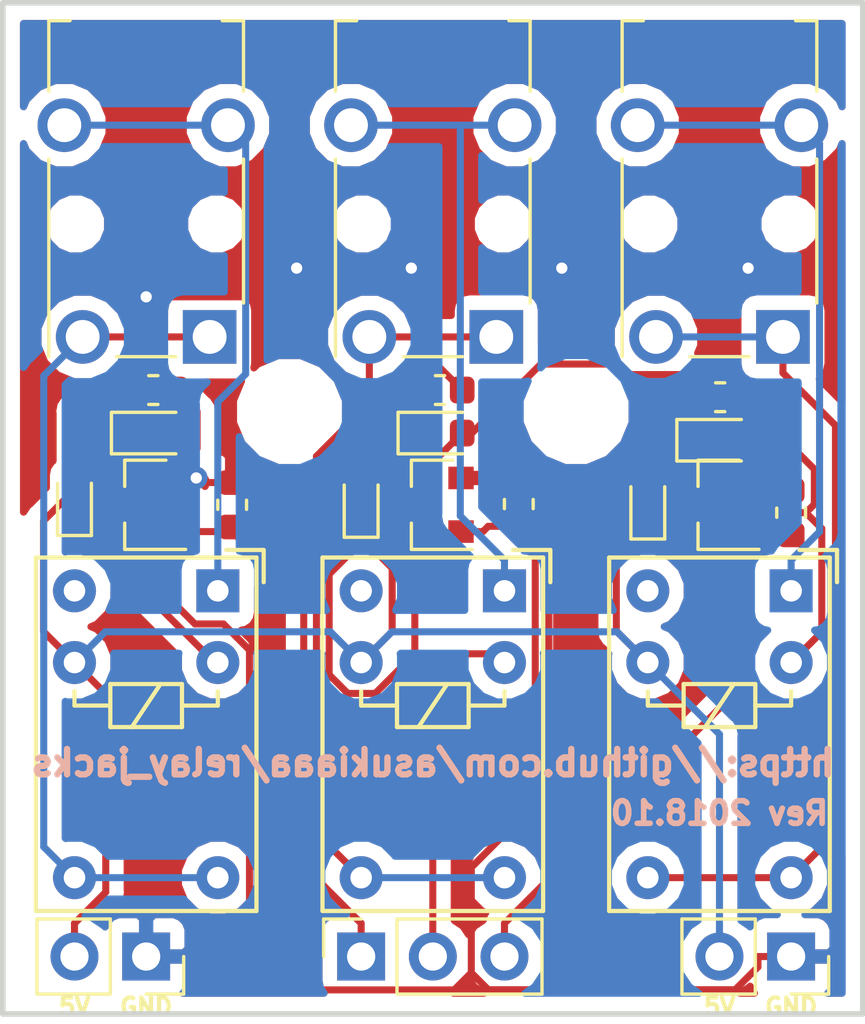
<source format=kicad_pcb>
(kicad_pcb (version 20171130) (host pcbnew 5.0.0-fee4fd1~66~ubuntu18.04.1)

  (general
    (thickness 1.6)
    (drawings 10)
    (tracks 196)
    (zones 0)
    (modules 26)
    (nets 21)
  )

  (page A4)
  (layers
    (0 F.Cu signal hide)
    (31 B.Cu signal hide)
    (32 B.Adhes user)
    (33 F.Adhes user)
    (34 B.Paste user)
    (35 F.Paste user)
    (36 B.SilkS user)
    (37 F.SilkS user)
    (38 B.Mask user)
    (39 F.Mask user)
    (40 Dwgs.User user)
    (41 Cmts.User user)
    (42 Eco1.User user)
    (43 Eco2.User user)
    (44 Edge.Cuts user)
    (45 Margin user)
    (46 B.CrtYd user)
    (47 F.CrtYd user)
    (48 B.Fab user)
    (49 F.Fab user)
  )

  (setup
    (last_trace_width 0.25)
    (trace_clearance 0.2)
    (zone_clearance 0.508)
    (zone_45_only no)
    (trace_min 0.2)
    (segment_width 0.2)
    (edge_width 0.15)
    (via_size 0.8)
    (via_drill 0.4)
    (via_min_size 0.4)
    (via_min_drill 0.3)
    (uvia_size 0.3)
    (uvia_drill 0.1)
    (uvias_allowed no)
    (uvia_min_size 0.2)
    (uvia_min_drill 0.1)
    (pcb_text_width 0.3)
    (pcb_text_size 1.5 1.5)
    (mod_edge_width 0.15)
    (mod_text_size 1 1)
    (mod_text_width 0.15)
    (pad_size 1.524 1.524)
    (pad_drill 0.762)
    (pad_to_mask_clearance 0.2)
    (aux_axis_origin 0 0)
    (visible_elements FFFFFF7F)
    (pcbplotparams
      (layerselection 0x010fc_ffffffff)
      (usegerberextensions false)
      (usegerberattributes false)
      (usegerberadvancedattributes false)
      (creategerberjobfile false)
      (excludeedgelayer true)
      (linewidth 0.100000)
      (plotframeref false)
      (viasonmask false)
      (mode 1)
      (useauxorigin false)
      (hpglpennumber 1)
      (hpglpenspeed 20)
      (hpglpendiameter 15.000000)
      (psnegative false)
      (psa4output false)
      (plotreference true)
      (plotvalue true)
      (plotinvisibletext false)
      (padsonsilk false)
      (subtractmaskfromsilk false)
      (outputformat 1)
      (mirror false)
      (drillshape 1)
      (scaleselection 1)
      (outputdirectory ""))
  )

  (net 0 "")
  (net 1 "Net-(D1-Pad1)")
  (net 2 +5V)
  (net 3 "Net-(D2-Pad1)")
  (net 4 SIG0)
  (net 5 SIG1)
  (net 6 SIG2)
  (net 7 GND)
  (net 8 "Net-(K1-Pad2)")
  (net 9 "Net-(J1-Pad4)")
  (net 10 "Net-(J1-Pad2)")
  (net 11 "Net-(D3-Pad1)")
  (net 12 "Net-(D4-Pad1)")
  (net 13 "Net-(D5-Pad1)")
  (net 14 "Net-(D6-Pad1)")
  (net 15 "Net-(J5-Pad2)")
  (net 16 "Net-(J5-Pad4)")
  (net 17 "Net-(J6-Pad4)")
  (net 18 "Net-(J6-Pad2)")
  (net 19 "Net-(K2-Pad2)")
  (net 20 "Net-(K3-Pad2)")

  (net_class Default "This is the default net class."
    (clearance 0.2)
    (trace_width 0.25)
    (via_dia 0.8)
    (via_drill 0.4)
    (uvia_dia 0.3)
    (uvia_drill 0.1)
    (add_net +5V)
    (add_net GND)
    (add_net "Net-(D1-Pad1)")
    (add_net "Net-(D2-Pad1)")
    (add_net "Net-(D3-Pad1)")
    (add_net "Net-(D4-Pad1)")
    (add_net "Net-(D5-Pad1)")
    (add_net "Net-(D6-Pad1)")
    (add_net "Net-(J1-Pad2)")
    (add_net "Net-(J1-Pad4)")
    (add_net "Net-(J5-Pad2)")
    (add_net "Net-(J5-Pad4)")
    (add_net "Net-(J6-Pad2)")
    (add_net "Net-(J6-Pad4)")
    (add_net "Net-(K1-Pad2)")
    (add_net "Net-(K2-Pad2)")
    (add_net "Net-(K3-Pad2)")
    (add_net SIG0)
    (add_net SIG1)
    (add_net SIG2)
  )

  (module Connector_Audio:Jack_3.5mm_Switronic_ST-005-G_horizontal (layer F.Cu) (tedit 5BBDF41D) (tstamp 5BEBCB82)
    (at 98.552 92.202 270)
    (descr http://akizukidenshi.com/download/ds/switronic/ST-005-G.pdf)
    (tags "Connector Audio Switronic ST-005-G")
    (path /5BBEFCA8)
    (fp_text reference J6 (at 0 -4.5 270) (layer F.SilkS) hide
      (effects (font (size 1 1) (thickness 0.15)))
    )
    (fp_text value AudioJack3_Ground (at 0 4.5 270) (layer F.Fab)
      (effects (font (size 1 1) (thickness 0.15)))
    )
    (fp_text user %R (at 0 0 270) (layer F.Fab)
      (effects (font (size 0.7 0.7) (thickness 0.1)))
    )
    (fp_line (start 7.2 -1.05) (end 7.2 1.05) (layer F.SilkS) (width 0.12))
    (fp_line (start 0.2 3.45) (end 7.2 3.45) (layer F.SilkS) (width 0.12))
    (fp_line (start 0.2 -3.45) (end 5.3 -3.45) (layer F.SilkS) (width 0.12))
    (fp_line (start -4.7 -3.45) (end -2.2 -3.45) (layer F.SilkS) (width 0.12))
    (fp_line (start -4.7 -2.7) (end -4.7 -3.45) (layer F.SilkS) (width 0.12))
    (fp_line (start -4.7 3.45) (end -4.7 2.7) (layer F.SilkS) (width 0.12))
    (fp_line (start -2.2 3.45) (end -4.7 3.45) (layer F.SilkS) (width 0.12))
    (fp_line (start -7 2.5) (end -7 -2.5) (layer F.Fab) (width 0.1))
    (fp_line (start -4.5 2.5) (end -7 2.5) (layer F.Fab) (width 0.1))
    (fp_line (start -4.5 3.25) (end -4.5 2.5) (layer F.Fab) (width 0.1))
    (fp_line (start 7 3.25) (end -4.5 3.25) (layer F.Fab) (width 0.1))
    (fp_line (start 7 -3.25) (end 7 3.25) (layer F.Fab) (width 0.1))
    (fp_line (start -4.5 -3.25) (end 7 -3.25) (layer F.Fab) (width 0.1))
    (fp_line (start -4.5 -2.5) (end -4.5 -3.25) (layer F.Fab) (width 0.1))
    (fp_line (start -7 -2.5) (end -4.5 -2.5) (layer F.Fab) (width 0.1))
    (fp_line (start 7.5 -3.75) (end -7.5 -3.75) (layer F.CrtYd) (width 0.05))
    (fp_line (start 7.5 3.75) (end 7.5 -3.75) (layer F.CrtYd) (width 0.05))
    (fp_line (start -7.5 3.75) (end 7.5 3.75) (layer F.CrtYd) (width 0.05))
    (fp_line (start -7.5 -3.75) (end -7.5 3.75) (layer F.CrtYd) (width 0.05))
    (fp_circle (center 6.5 -1.05) (end 6.8 -1.05) (layer F.Fab) (width 0.1))
    (pad "" np_thru_hole circle (at 2.5 -2.5 270) (size 1 1) (drill 1) (layers *.Cu *.Mask))
    (pad "" np_thru_hole circle (at 2.5 2.5 270) (size 1 1) (drill 1) (layers *.Cu *.Mask))
    (pad 3 thru_hole circle (at 6.5 2.25 270) (size 1.9 1.9) (drill 1.2) (layers *.Cu *.Mask)
      (net 18 "Net-(J6-Pad2)"))
    (pad 2 thru_hole rect (at 6.5 -2.25 270) (size 1.9 1.9) (drill 1.2) (layers *.Cu *.Mask)
      (net 18 "Net-(J6-Pad2)"))
    (pad 4 thru_hole circle (at -1 2.9 270) (size 1.9 1.9) (drill 1.2) (layers *.Cu *.Mask)
      (net 17 "Net-(J6-Pad4)"))
    (pad 4 thru_hole circle (at -1 -2.9 270) (size 1.9 1.9) (drill 1.2) (layers *.Cu *.Mask)
      (net 17 "Net-(J6-Pad4)"))
    (model ${KISYS3DMOD}/Connector_Audio.3dshapes/Jack_3.5mm_Switronic_ST-005-G_horizontal.wrl
      (at (xyz 0 0 0))
      (scale (xyz 1 1 1))
      (rotate (xyz 0 0 0))
    )
  )

  (module Connector_Audio:Jack_3.5mm_Switronic_ST-005-G_horizontal (layer F.Cu) (tedit 5BBDF494) (tstamp 5BEBCB63)
    (at 88.392 92.202 270)
    (descr http://akizukidenshi.com/download/ds/switronic/ST-005-G.pdf)
    (tags "Connector Audio Switronic ST-005-G")
    (path /5BBEE35C)
    (fp_text reference J5 (at 0 -4.5 270) (layer F.SilkS) hide
      (effects (font (size 1 1) (thickness 0.15)))
    )
    (fp_text value AudioJack3_Ground (at 0 4.5 270) (layer F.Fab)
      (effects (font (size 1 1) (thickness 0.15)))
    )
    (fp_text user %R (at 0 0 270) (layer F.Fab)
      (effects (font (size 0.7 0.7) (thickness 0.1)))
    )
    (fp_line (start 7.2 -1.05) (end 7.2 1.05) (layer F.SilkS) (width 0.12))
    (fp_line (start 0.2 3.45) (end 7.2 3.45) (layer F.SilkS) (width 0.12))
    (fp_line (start 0.2 -3.45) (end 5.3 -3.45) (layer F.SilkS) (width 0.12))
    (fp_line (start -4.7 -3.45) (end -2.2 -3.45) (layer F.SilkS) (width 0.12))
    (fp_line (start -4.7 -2.7) (end -4.7 -3.45) (layer F.SilkS) (width 0.12))
    (fp_line (start -4.7 3.45) (end -4.7 2.7) (layer F.SilkS) (width 0.12))
    (fp_line (start -2.2 3.45) (end -4.7 3.45) (layer F.SilkS) (width 0.12))
    (fp_line (start -7 2.5) (end -7 -2.5) (layer F.Fab) (width 0.1))
    (fp_line (start -4.5 2.5) (end -7 2.5) (layer F.Fab) (width 0.1))
    (fp_line (start -4.5 3.25) (end -4.5 2.5) (layer F.Fab) (width 0.1))
    (fp_line (start 7 3.25) (end -4.5 3.25) (layer F.Fab) (width 0.1))
    (fp_line (start 7 -3.25) (end 7 3.25) (layer F.Fab) (width 0.1))
    (fp_line (start -4.5 -3.25) (end 7 -3.25) (layer F.Fab) (width 0.1))
    (fp_line (start -4.5 -2.5) (end -4.5 -3.25) (layer F.Fab) (width 0.1))
    (fp_line (start -7 -2.5) (end -4.5 -2.5) (layer F.Fab) (width 0.1))
    (fp_line (start 7.5 -3.75) (end -7.5 -3.75) (layer F.CrtYd) (width 0.05))
    (fp_line (start 7.5 3.75) (end 7.5 -3.75) (layer F.CrtYd) (width 0.05))
    (fp_line (start -7.5 3.75) (end 7.5 3.75) (layer F.CrtYd) (width 0.05))
    (fp_line (start -7.5 -3.75) (end -7.5 3.75) (layer F.CrtYd) (width 0.05))
    (fp_circle (center 6.5 -1.05) (end 6.8 -1.05) (layer F.Fab) (width 0.1))
    (pad "" np_thru_hole circle (at 2.5 -2.5 270) (size 1 1) (drill 1) (layers *.Cu *.Mask))
    (pad "" np_thru_hole circle (at 2.5 2.5 270) (size 1 1) (drill 1) (layers *.Cu *.Mask))
    (pad 3 thru_hole circle (at 6.5 2.25 270) (size 1.9 1.9) (drill 1.2) (layers *.Cu *.Mask)
      (net 15 "Net-(J5-Pad2)"))
    (pad 2 thru_hole rect (at 6.5 -2.25 270) (size 1.9 1.9) (drill 1.2) (layers *.Cu *.Mask)
      (net 15 "Net-(J5-Pad2)"))
    (pad 4 thru_hole circle (at -1 2.9 270) (size 1.9 1.9) (drill 1.2) (layers *.Cu *.Mask)
      (net 16 "Net-(J5-Pad4)"))
    (pad 4 thru_hole circle (at -1 -2.9 270) (size 1.9 1.9) (drill 1.2) (layers *.Cu *.Mask)
      (net 16 "Net-(J5-Pad4)"))
    (model ${KISYS3DMOD}/Connector_Audio.3dshapes/Jack_3.5mm_Switronic_ST-005-G_horizontal.wrl
      (at (xyz 0 0 0))
      (scale (xyz 1 1 1))
      (rotate (xyz 0 0 0))
    )
  )

  (module Connector_Audio:Jack_3.5mm_Switronic_ST-005-G_horizontal (layer F.Cu) (tedit 5BBDF498) (tstamp 5BE0388A)
    (at 78.232 92.202 270)
    (descr http://akizukidenshi.com/download/ds/switronic/ST-005-G.pdf)
    (tags "Connector Audio Switronic ST-005-G")
    (path /5BBDC781)
    (fp_text reference J1 (at 0 -4.5 270) (layer F.SilkS) hide
      (effects (font (size 1 1) (thickness 0.15)))
    )
    (fp_text value AudioJack3_Ground (at 0 4.5 270) (layer F.Fab)
      (effects (font (size 1 1) (thickness 0.15)))
    )
    (fp_text user %R (at 0 0 270) (layer F.Fab)
      (effects (font (size 0.7 0.7) (thickness 0.1)))
    )
    (fp_line (start 7.2 -1.05) (end 7.2 1.05) (layer F.SilkS) (width 0.12))
    (fp_line (start 0.2 3.45) (end 7.2 3.45) (layer F.SilkS) (width 0.12))
    (fp_line (start 0.2 -3.45) (end 5.3 -3.45) (layer F.SilkS) (width 0.12))
    (fp_line (start -4.7 -3.45) (end -2.2 -3.45) (layer F.SilkS) (width 0.12))
    (fp_line (start -4.7 -2.7) (end -4.7 -3.45) (layer F.SilkS) (width 0.12))
    (fp_line (start -4.7 3.45) (end -4.7 2.7) (layer F.SilkS) (width 0.12))
    (fp_line (start -2.2 3.45) (end -4.7 3.45) (layer F.SilkS) (width 0.12))
    (fp_line (start -7 2.5) (end -7 -2.5) (layer F.Fab) (width 0.1))
    (fp_line (start -4.5 2.5) (end -7 2.5) (layer F.Fab) (width 0.1))
    (fp_line (start -4.5 3.25) (end -4.5 2.5) (layer F.Fab) (width 0.1))
    (fp_line (start 7 3.25) (end -4.5 3.25) (layer F.Fab) (width 0.1))
    (fp_line (start 7 -3.25) (end 7 3.25) (layer F.Fab) (width 0.1))
    (fp_line (start -4.5 -3.25) (end 7 -3.25) (layer F.Fab) (width 0.1))
    (fp_line (start -4.5 -2.5) (end -4.5 -3.25) (layer F.Fab) (width 0.1))
    (fp_line (start -7 -2.5) (end -4.5 -2.5) (layer F.Fab) (width 0.1))
    (fp_line (start 7.5 -3.75) (end -7.5 -3.75) (layer F.CrtYd) (width 0.05))
    (fp_line (start 7.5 3.75) (end 7.5 -3.75) (layer F.CrtYd) (width 0.05))
    (fp_line (start -7.5 3.75) (end 7.5 3.75) (layer F.CrtYd) (width 0.05))
    (fp_line (start -7.5 -3.75) (end -7.5 3.75) (layer F.CrtYd) (width 0.05))
    (fp_circle (center 6.5 -1.05) (end 6.8 -1.05) (layer F.Fab) (width 0.1))
    (pad "" np_thru_hole circle (at 2.5 -2.5 270) (size 1 1) (drill 1) (layers *.Cu *.Mask))
    (pad "" np_thru_hole circle (at 2.5 2.5 270) (size 1 1) (drill 1) (layers *.Cu *.Mask))
    (pad 3 thru_hole circle (at 6.5 2.25 270) (size 1.9 1.9) (drill 1.2) (layers *.Cu *.Mask)
      (net 10 "Net-(J1-Pad2)"))
    (pad 2 thru_hole rect (at 6.5 -2.25 270) (size 1.9 1.9) (drill 1.2) (layers *.Cu *.Mask)
      (net 10 "Net-(J1-Pad2)"))
    (pad 4 thru_hole circle (at -1 2.9 270) (size 1.9 1.9) (drill 1.2) (layers *.Cu *.Mask)
      (net 9 "Net-(J1-Pad4)"))
    (pad 4 thru_hole circle (at -1 -2.9 270) (size 1.9 1.9) (drill 1.2) (layers *.Cu *.Mask)
      (net 9 "Net-(J1-Pad4)"))
    (model ${KISYS3DMOD}/Connector_Audio.3dshapes/Jack_3.5mm_Switronic_ST-005-G_horizontal.wrl
      (at (xyz 0 0 0))
      (scale (xyz 1 1 1))
      (rotate (xyz 0 0 0))
    )
  )

  (module LED_SMD:LED_0603_1608Metric (layer F.Cu) (tedit 5BBDF44E) (tstamp 5BE03853)
    (at 78.486 102.108)
    (descr "LED SMD 0603 (1608 Metric), square (rectangular) end terminal, IPC_7351 nominal, (Body size source: http://www.tortai-tech.com/upload/download/2011102023233369053.pdf), generated with kicad-footprint-generator")
    (tags diode)
    (path /5BBE0DF3)
    (attr smd)
    (fp_text reference D1 (at 0 -1.43) (layer F.SilkS) hide
      (effects (font (size 1 1) (thickness 0.15)))
    )
    (fp_text value LED (at 0 1.43) (layer F.Fab)
      (effects (font (size 1 1) (thickness 0.15)))
    )
    (fp_line (start 0.8 -0.4) (end -0.5 -0.4) (layer F.Fab) (width 0.1))
    (fp_line (start -0.5 -0.4) (end -0.8 -0.1) (layer F.Fab) (width 0.1))
    (fp_line (start -0.8 -0.1) (end -0.8 0.4) (layer F.Fab) (width 0.1))
    (fp_line (start -0.8 0.4) (end 0.8 0.4) (layer F.Fab) (width 0.1))
    (fp_line (start 0.8 0.4) (end 0.8 -0.4) (layer F.Fab) (width 0.1))
    (fp_line (start 0.8 -0.735) (end -1.485 -0.735) (layer F.SilkS) (width 0.12))
    (fp_line (start -1.485 -0.735) (end -1.485 0.735) (layer F.SilkS) (width 0.12))
    (fp_line (start -1.485 0.735) (end 0.8 0.735) (layer F.SilkS) (width 0.12))
    (fp_line (start -1.48 0.73) (end -1.48 -0.73) (layer F.CrtYd) (width 0.05))
    (fp_line (start -1.48 -0.73) (end 1.48 -0.73) (layer F.CrtYd) (width 0.05))
    (fp_line (start 1.48 -0.73) (end 1.48 0.73) (layer F.CrtYd) (width 0.05))
    (fp_line (start 1.48 0.73) (end -1.48 0.73) (layer F.CrtYd) (width 0.05))
    (fp_text user %R (at 0 0) (layer F.Fab)
      (effects (font (size 0.4 0.4) (thickness 0.06)))
    )
    (pad 1 smd roundrect (at -0.7875 0) (size 0.875 0.95) (layers F.Cu F.Paste F.Mask) (roundrect_rratio 0.25)
      (net 1 "Net-(D1-Pad1)"))
    (pad 2 smd roundrect (at 0.7875 0) (size 0.875 0.95) (layers F.Cu F.Paste F.Mask) (roundrect_rratio 0.25)
      (net 2 +5V))
    (model ${KISYS3DMOD}/LED_SMD.3dshapes/LED_0603_1608Metric.wrl
      (at (xyz 0 0 0))
      (scale (xyz 1 1 1))
      (rotate (xyz 0 0 0))
    )
  )

  (module Diode_SMD:D_SOD-523 (layer F.Cu) (tedit 5BBDF48D) (tstamp 5BE0386B)
    (at 75.692 104.586 90)
    (descr "http://www.diodes.com/datasheets/ap02001.pdf p.144")
    (tags "Diode SOD523")
    (path /5BBE0D66)
    (attr smd)
    (fp_text reference D2 (at 0 -1.3 90) (layer F.SilkS) hide
      (effects (font (size 1 1) (thickness 0.15)))
    )
    (fp_text value DIODE (at 0 1.4 90) (layer F.Fab)
      (effects (font (size 1 1) (thickness 0.15)))
    )
    (fp_text user %R (at 0 -1.3 90) (layer F.Fab)
      (effects (font (size 1 1) (thickness 0.15)))
    )
    (fp_line (start -1.15 -0.6) (end -1.15 0.6) (layer F.SilkS) (width 0.12))
    (fp_line (start 1.25 -0.7) (end 1.25 0.7) (layer F.CrtYd) (width 0.05))
    (fp_line (start -1.25 -0.7) (end 1.25 -0.7) (layer F.CrtYd) (width 0.05))
    (fp_line (start -1.25 0.7) (end -1.25 -0.7) (layer F.CrtYd) (width 0.05))
    (fp_line (start 1.25 0.7) (end -1.25 0.7) (layer F.CrtYd) (width 0.05))
    (fp_line (start 0.1 0) (end 0.25 0) (layer F.Fab) (width 0.1))
    (fp_line (start 0.1 -0.2) (end -0.2 0) (layer F.Fab) (width 0.1))
    (fp_line (start 0.1 0.2) (end 0.1 -0.2) (layer F.Fab) (width 0.1))
    (fp_line (start -0.2 0) (end 0.1 0.2) (layer F.Fab) (width 0.1))
    (fp_line (start -0.2 0) (end -0.35 0) (layer F.Fab) (width 0.1))
    (fp_line (start -0.2 0.2) (end -0.2 -0.2) (layer F.Fab) (width 0.1))
    (fp_line (start 0.65 -0.45) (end 0.65 0.45) (layer F.Fab) (width 0.1))
    (fp_line (start -0.65 -0.45) (end 0.65 -0.45) (layer F.Fab) (width 0.1))
    (fp_line (start -0.65 0.45) (end -0.65 -0.45) (layer F.Fab) (width 0.1))
    (fp_line (start 0.65 0.45) (end -0.65 0.45) (layer F.Fab) (width 0.1))
    (fp_line (start 0.7 -0.6) (end -1.15 -0.6) (layer F.SilkS) (width 0.12))
    (fp_line (start 0.7 0.6) (end -1.15 0.6) (layer F.SilkS) (width 0.12))
    (pad 2 smd rect (at 0.7 0 270) (size 0.6 0.7) (layers F.Cu F.Paste F.Mask)
      (net 2 +5V))
    (pad 1 smd rect (at -0.7 0 270) (size 0.6 0.7) (layers F.Cu F.Paste F.Mask)
      (net 3 "Net-(D2-Pad1)"))
    (model ${KISYS3DMOD}/Diode_SMD.3dshapes/D_SOD-523.wrl
      (at (xyz 0 0 0))
      (scale (xyz 1 1 1))
      (rotate (xyz 0 0 0))
    )
  )

  (module Connector_PinSocket_2.54mm:PinSocket_1x03_P2.54mm_Vertical (layer F.Cu) (tedit 5BBDE1DC) (tstamp 5BE038A1)
    (at 85.852 120.65 90)
    (descr "Through hole straight socket strip, 1x03, 2.54mm pitch, single row (from Kicad 4.0.7), script generated")
    (tags "Through hole socket strip THT 1x03 2.54mm single row")
    (path /5BBDE6F9)
    (fp_text reference J2 (at 0 -2.77 90) (layer F.SilkS) hide
      (effects (font (size 1 1) (thickness 0.15)))
    )
    (fp_text value Conn_01x03 (at 0 7.85 90) (layer F.Fab)
      (effects (font (size 1 1) (thickness 0.15)))
    )
    (fp_line (start -1.27 -1.27) (end 0.635 -1.27) (layer F.Fab) (width 0.1))
    (fp_line (start 0.635 -1.27) (end 1.27 -0.635) (layer F.Fab) (width 0.1))
    (fp_line (start 1.27 -0.635) (end 1.27 6.35) (layer F.Fab) (width 0.1))
    (fp_line (start 1.27 6.35) (end -1.27 6.35) (layer F.Fab) (width 0.1))
    (fp_line (start -1.27 6.35) (end -1.27 -1.27) (layer F.Fab) (width 0.1))
    (fp_line (start -1.33 1.27) (end 1.33 1.27) (layer F.SilkS) (width 0.12))
    (fp_line (start -1.33 1.27) (end -1.33 6.41) (layer F.SilkS) (width 0.12))
    (fp_line (start -1.33 6.41) (end 1.33 6.41) (layer F.SilkS) (width 0.12))
    (fp_line (start 1.33 1.27) (end 1.33 6.41) (layer F.SilkS) (width 0.12))
    (fp_line (start 1.33 -1.33) (end 1.33 0) (layer F.SilkS) (width 0.12))
    (fp_line (start 0 -1.33) (end 1.33 -1.33) (layer F.SilkS) (width 0.12))
    (fp_line (start -1.8 -1.8) (end 1.75 -1.8) (layer F.CrtYd) (width 0.05))
    (fp_line (start 1.75 -1.8) (end 1.75 6.85) (layer F.CrtYd) (width 0.05))
    (fp_line (start 1.75 6.85) (end -1.8 6.85) (layer F.CrtYd) (width 0.05))
    (fp_line (start -1.8 6.85) (end -1.8 -1.8) (layer F.CrtYd) (width 0.05))
    (fp_text user %R (at 0 2.54 180) (layer F.Fab)
      (effects (font (size 1 1) (thickness 0.15)))
    )
    (pad 1 thru_hole rect (at 0 0 90) (size 1.7 1.7) (drill 1) (layers *.Cu *.Mask)
      (net 4 SIG0))
    (pad 2 thru_hole oval (at 0 2.54 90) (size 1.7 1.7) (drill 1) (layers *.Cu *.Mask)
      (net 5 SIG1))
    (pad 3 thru_hole oval (at 0 5.08 90) (size 1.7 1.7) (drill 1) (layers *.Cu *.Mask)
      (net 6 SIG2))
    (model ${KISYS3DMOD}/Connector_PinSocket_2.54mm.3dshapes/PinSocket_1x03_P2.54mm_Vertical.wrl
      (at (xyz 0 0 0))
      (scale (xyz 1 1 1))
      (rotate (xyz 0 0 0))
    )
  )

  (module Connector_PinSocket_2.54mm:PinSocket_1x02_P2.54mm_Vertical (layer F.Cu) (tedit 5BBDE1E0) (tstamp 5BE038B7)
    (at 78.232 120.65 270)
    (descr "Through hole straight socket strip, 1x02, 2.54mm pitch, single row (from Kicad 4.0.7), script generated")
    (tags "Through hole socket strip THT 1x02 2.54mm single row")
    (path /5BBDE7E9)
    (fp_text reference J3 (at 0 -2.77 270) (layer F.SilkS) hide
      (effects (font (size 1 1) (thickness 0.15)))
    )
    (fp_text value Conn_01x02 (at 0 5.31 270) (layer F.Fab)
      (effects (font (size 1 1) (thickness 0.15)))
    )
    (fp_line (start -1.27 -1.27) (end 0.635 -1.27) (layer F.Fab) (width 0.1))
    (fp_line (start 0.635 -1.27) (end 1.27 -0.635) (layer F.Fab) (width 0.1))
    (fp_line (start 1.27 -0.635) (end 1.27 3.81) (layer F.Fab) (width 0.1))
    (fp_line (start 1.27 3.81) (end -1.27 3.81) (layer F.Fab) (width 0.1))
    (fp_line (start -1.27 3.81) (end -1.27 -1.27) (layer F.Fab) (width 0.1))
    (fp_line (start -1.33 1.27) (end 1.33 1.27) (layer F.SilkS) (width 0.12))
    (fp_line (start -1.33 1.27) (end -1.33 3.87) (layer F.SilkS) (width 0.12))
    (fp_line (start -1.33 3.87) (end 1.33 3.87) (layer F.SilkS) (width 0.12))
    (fp_line (start 1.33 1.27) (end 1.33 3.87) (layer F.SilkS) (width 0.12))
    (fp_line (start 1.33 -1.33) (end 1.33 0) (layer F.SilkS) (width 0.12))
    (fp_line (start 0 -1.33) (end 1.33 -1.33) (layer F.SilkS) (width 0.12))
    (fp_line (start -1.8 -1.8) (end 1.75 -1.8) (layer F.CrtYd) (width 0.05))
    (fp_line (start 1.75 -1.8) (end 1.75 4.3) (layer F.CrtYd) (width 0.05))
    (fp_line (start 1.75 4.3) (end -1.8 4.3) (layer F.CrtYd) (width 0.05))
    (fp_line (start -1.8 4.3) (end -1.8 -1.8) (layer F.CrtYd) (width 0.05))
    (fp_text user %R (at 0 1.27) (layer F.Fab)
      (effects (font (size 1 1) (thickness 0.15)))
    )
    (pad 1 thru_hole rect (at 0 0 270) (size 1.7 1.7) (drill 1) (layers *.Cu *.Mask)
      (net 7 GND))
    (pad 2 thru_hole oval (at 0 2.54 270) (size 1.7 1.7) (drill 1) (layers *.Cu *.Mask)
      (net 2 +5V))
    (model ${KISYS3DMOD}/Connector_PinSocket_2.54mm.3dshapes/PinSocket_1x02_P2.54mm_Vertical.wrl
      (at (xyz 0 0 0))
      (scale (xyz 1 1 1))
      (rotate (xyz 0 0 0))
    )
  )

  (module Connector_PinSocket_2.54mm:PinSocket_1x02_P2.54mm_Vertical (layer F.Cu) (tedit 5BBDE1E4) (tstamp 5BE038CD)
    (at 101.092 120.65 270)
    (descr "Through hole straight socket strip, 1x02, 2.54mm pitch, single row (from Kicad 4.0.7), script generated")
    (tags "Through hole socket strip THT 1x02 2.54mm single row")
    (path /5BBDE82D)
    (fp_text reference J4 (at 0 -2.77 270) (layer F.SilkS) hide
      (effects (font (size 1 1) (thickness 0.15)))
    )
    (fp_text value Conn_01x02 (at 0 5.31 270) (layer F.Fab)
      (effects (font (size 1 1) (thickness 0.15)))
    )
    (fp_text user %R (at 0 1.27) (layer F.Fab)
      (effects (font (size 1 1) (thickness 0.15)))
    )
    (fp_line (start -1.8 4.3) (end -1.8 -1.8) (layer F.CrtYd) (width 0.05))
    (fp_line (start 1.75 4.3) (end -1.8 4.3) (layer F.CrtYd) (width 0.05))
    (fp_line (start 1.75 -1.8) (end 1.75 4.3) (layer F.CrtYd) (width 0.05))
    (fp_line (start -1.8 -1.8) (end 1.75 -1.8) (layer F.CrtYd) (width 0.05))
    (fp_line (start 0 -1.33) (end 1.33 -1.33) (layer F.SilkS) (width 0.12))
    (fp_line (start 1.33 -1.33) (end 1.33 0) (layer F.SilkS) (width 0.12))
    (fp_line (start 1.33 1.27) (end 1.33 3.87) (layer F.SilkS) (width 0.12))
    (fp_line (start -1.33 3.87) (end 1.33 3.87) (layer F.SilkS) (width 0.12))
    (fp_line (start -1.33 1.27) (end -1.33 3.87) (layer F.SilkS) (width 0.12))
    (fp_line (start -1.33 1.27) (end 1.33 1.27) (layer F.SilkS) (width 0.12))
    (fp_line (start -1.27 3.81) (end -1.27 -1.27) (layer F.Fab) (width 0.1))
    (fp_line (start 1.27 3.81) (end -1.27 3.81) (layer F.Fab) (width 0.1))
    (fp_line (start 1.27 -0.635) (end 1.27 3.81) (layer F.Fab) (width 0.1))
    (fp_line (start 0.635 -1.27) (end 1.27 -0.635) (layer F.Fab) (width 0.1))
    (fp_line (start -1.27 -1.27) (end 0.635 -1.27) (layer F.Fab) (width 0.1))
    (pad 2 thru_hole oval (at 0 2.54 270) (size 1.7 1.7) (drill 1) (layers *.Cu *.Mask)
      (net 2 +5V))
    (pad 1 thru_hole rect (at 0 0 270) (size 1.7 1.7) (drill 1) (layers *.Cu *.Mask)
      (net 7 GND))
    (model ${KISYS3DMOD}/Connector_PinSocket_2.54mm.3dshapes/PinSocket_1x02_P2.54mm_Vertical.wrl
      (at (xyz 0 0 0))
      (scale (xyz 1 1 1))
      (rotate (xyz 0 0 0))
    )
  )

  (module Relay_THT:Relay_SPDT_HsinDa_Y14 (layer F.Cu) (tedit 5BBDE1F0) (tstamp 5BE038F0)
    (at 80.772 107.696 270)
    (descr http://www.hsinda.com.cn/en/ProductShow.asp?ID=208)
    (tags "Relay Y14")
    (path /5BBDC6AC)
    (fp_text reference K1 (at 5.08 -2.2098 270) (layer F.SilkS) hide
      (effects (font (size 1 1) (thickness 0.15)))
    )
    (fp_text value Y14x-1C-xxDS (at 5.08 7.3914 270) (layer F.Fab)
      (effects (font (size 1 1) (thickness 0.15)))
    )
    (fp_line (start -1.18 -1.37) (end -1.18 6.45) (layer F.SilkS) (width 0.15))
    (fp_line (start -1.18 6.45) (end 11.34 6.45) (layer F.SilkS) (width 0.15))
    (fp_line (start 11.34 6.45) (end 11.34 -1.37) (layer F.SilkS) (width 0.15))
    (fp_line (start 11.34 -1.37) (end -1.18 -1.37) (layer F.SilkS) (width 0.15))
    (fp_text user %R (at 7.874 2.54 270) (layer F.Fab)
      (effects (font (size 1 1) (thickness 0.15)))
    )
    (fp_line (start 11.23 6.34) (end -1.07 6.34) (layer F.Fab) (width 0.15))
    (fp_line (start -1.07 6.34) (end -1.07 -0.5461) (layer F.Fab) (width 0.15))
    (fp_line (start -0.381 -1.26) (end 11.23 -1.26) (layer F.Fab) (width 0.15))
    (fp_line (start 11.23 -1.26) (end 11.23 6.34) (layer F.Fab) (width 0.15))
    (fp_line (start 11.48 -1.51) (end -1.32 -1.51) (layer F.CrtYd) (width 0.05))
    (fp_line (start -1.32 -1.51) (end -1.32 6.59) (layer F.CrtYd) (width 0.05))
    (fp_line (start -1.32 6.59) (end 11.48 6.59) (layer F.CrtYd) (width 0.05))
    (fp_line (start 11.48 6.59) (end 11.48 -1.51) (layer F.CrtYd) (width 0.05))
    (fp_line (start -0.381 -1.2446) (end -1.0795 -0.5461) (layer F.Fab) (width 0.15))
    (fp_line (start -0.3048 -1.6256) (end -1.4478 -1.6256) (layer F.SilkS) (width 0.15))
    (fp_line (start -1.4478 -1.6256) (end -1.4478 -0.2921) (layer F.SilkS) (width 0.15))
    (fp_line (start 3.556 0) (end 4.064 0) (layer F.SilkS) (width 0.15))
    (fp_line (start 4.064 0) (end 4.064 1.27) (layer F.SilkS) (width 0.15))
    (fp_line (start 4.064 3.81) (end 4.064 5.08) (layer F.SilkS) (width 0.15))
    (fp_line (start 4.064 5.08) (end 3.556 5.08) (layer F.SilkS) (width 0.15))
    (fp_line (start 3.302 1.27) (end 4.826 1.27) (layer F.SilkS) (width 0.15))
    (fp_line (start 4.826 1.27) (end 4.826 3.81) (layer F.SilkS) (width 0.15))
    (fp_line (start 4.826 3.81) (end 3.302 3.81) (layer F.SilkS) (width 0.15))
    (fp_line (start 3.302 3.81) (end 3.302 1.27) (layer F.SilkS) (width 0.15))
    (fp_line (start 3.302 2.032) (end 4.826 3.048) (layer F.SilkS) (width 0.15))
    (pad 1 thru_hole rect (at 0 0 270) (size 1.524 1.524) (drill 0.762) (layers *.Cu *.Mask)
      (net 9 "Net-(J1-Pad4)"))
    (pad 2 thru_hole circle (at 0 5.08 270) (size 1.524 1.524) (drill 0.762) (layers *.Cu *.Mask)
      (net 8 "Net-(K1-Pad2)"))
    (pad 3 thru_hole circle (at 2.54 0 270) (size 1.524 1.524) (drill 0.762) (layers *.Cu *.Mask)
      (net 3 "Net-(D2-Pad1)"))
    (pad 4 thru_hole circle (at 2.54 5.08 270) (size 1.524 1.524) (drill 0.762) (layers *.Cu *.Mask)
      (net 2 +5V))
    (pad 5 thru_hole circle (at 10.16 0 270) (size 1.524 1.524) (drill 0.762) (layers *.Cu *.Mask)
      (net 10 "Net-(J1-Pad2)"))
    (pad 6 thru_hole circle (at 10.16 5.08 270) (size 1.524 1.524) (drill 0.762) (layers *.Cu *.Mask)
      (net 10 "Net-(J1-Pad2)"))
    (model ${KISYS3DMOD}/Relay_THT.3dshapes/Relay_SPDT_HsinDa_Y14.wrl
      (at (xyz 0 0 0))
      (scale (xyz 1 1 1))
      (rotate (xyz 0 0 0))
    )
  )

  (module Package_TO_SOT_SMD:SOT-23 (layer F.Cu) (tedit 5BBDF47B) (tstamp 5BE03905)
    (at 78.232 104.648 180)
    (descr "SOT-23, Standard")
    (tags SOT-23)
    (path /5BBDD897)
    (attr smd)
    (fp_text reference Q1 (at 0 -2.5 180) (layer F.SilkS) hide
      (effects (font (size 1 1) (thickness 0.15)))
    )
    (fp_text value Q_NMOS_GSD (at 0 2.5 180) (layer F.Fab)
      (effects (font (size 1 1) (thickness 0.15)))
    )
    (fp_text user %R (at 0 0 270) (layer F.Fab)
      (effects (font (size 0.5 0.5) (thickness 0.075)))
    )
    (fp_line (start -0.7 -0.95) (end -0.7 1.5) (layer F.Fab) (width 0.1))
    (fp_line (start -0.15 -1.52) (end 0.7 -1.52) (layer F.Fab) (width 0.1))
    (fp_line (start -0.7 -0.95) (end -0.15 -1.52) (layer F.Fab) (width 0.1))
    (fp_line (start 0.7 -1.52) (end 0.7 1.52) (layer F.Fab) (width 0.1))
    (fp_line (start -0.7 1.52) (end 0.7 1.52) (layer F.Fab) (width 0.1))
    (fp_line (start 0.76 1.58) (end 0.76 0.65) (layer F.SilkS) (width 0.12))
    (fp_line (start 0.76 -1.58) (end 0.76 -0.65) (layer F.SilkS) (width 0.12))
    (fp_line (start -1.7 -1.75) (end 1.7 -1.75) (layer F.CrtYd) (width 0.05))
    (fp_line (start 1.7 -1.75) (end 1.7 1.75) (layer F.CrtYd) (width 0.05))
    (fp_line (start 1.7 1.75) (end -1.7 1.75) (layer F.CrtYd) (width 0.05))
    (fp_line (start -1.7 1.75) (end -1.7 -1.75) (layer F.CrtYd) (width 0.05))
    (fp_line (start 0.76 -1.58) (end -1.4 -1.58) (layer F.SilkS) (width 0.12))
    (fp_line (start 0.76 1.58) (end -0.7 1.58) (layer F.SilkS) (width 0.12))
    (pad 1 smd rect (at -1 -0.95 180) (size 0.9 0.8) (layers F.Cu F.Paste F.Mask)
      (net 4 SIG0))
    (pad 2 smd rect (at -1 0.95 180) (size 0.9 0.8) (layers F.Cu F.Paste F.Mask)
      (net 7 GND))
    (pad 3 smd rect (at 1 0 180) (size 0.9 0.8) (layers F.Cu F.Paste F.Mask)
      (net 3 "Net-(D2-Pad1)"))
    (model ${KISYS3DMOD}/Package_TO_SOT_SMD.3dshapes/SOT-23.wrl
      (at (xyz 0 0 0))
      (scale (xyz 1 1 1))
      (rotate (xyz 0 0 0))
    )
  )

  (module Resistor_SMD:R_0603_1608Metric (layer F.Cu) (tedit 5BBDF447) (tstamp 5BE03916)
    (at 78.486 100.584 180)
    (descr "Resistor SMD 0603 (1608 Metric), square (rectangular) end terminal, IPC_7351 nominal, (Body size source: http://www.tortai-tech.com/upload/download/2011102023233369053.pdf), generated with kicad-footprint-generator")
    (tags resistor)
    (path /5BBE0E8A)
    (attr smd)
    (fp_text reference R1 (at 0 -1.43 180) (layer F.SilkS) hide
      (effects (font (size 1 1) (thickness 0.15)))
    )
    (fp_text value 1k (at 0 1.43 180) (layer F.Fab)
      (effects (font (size 1 1) (thickness 0.15)))
    )
    (fp_text user %R (at 0 0 180) (layer F.Fab)
      (effects (font (size 0.4 0.4) (thickness 0.06)))
    )
    (fp_line (start 1.48 0.73) (end -1.48 0.73) (layer F.CrtYd) (width 0.05))
    (fp_line (start 1.48 -0.73) (end 1.48 0.73) (layer F.CrtYd) (width 0.05))
    (fp_line (start -1.48 -0.73) (end 1.48 -0.73) (layer F.CrtYd) (width 0.05))
    (fp_line (start -1.48 0.73) (end -1.48 -0.73) (layer F.CrtYd) (width 0.05))
    (fp_line (start -0.162779 0.51) (end 0.162779 0.51) (layer F.SilkS) (width 0.12))
    (fp_line (start -0.162779 -0.51) (end 0.162779 -0.51) (layer F.SilkS) (width 0.12))
    (fp_line (start 0.8 0.4) (end -0.8 0.4) (layer F.Fab) (width 0.1))
    (fp_line (start 0.8 -0.4) (end 0.8 0.4) (layer F.Fab) (width 0.1))
    (fp_line (start -0.8 -0.4) (end 0.8 -0.4) (layer F.Fab) (width 0.1))
    (fp_line (start -0.8 0.4) (end -0.8 -0.4) (layer F.Fab) (width 0.1))
    (pad 2 smd roundrect (at 0.7875 0 180) (size 0.875 0.95) (layers F.Cu F.Paste F.Mask) (roundrect_rratio 0.25)
      (net 1 "Net-(D1-Pad1)"))
    (pad 1 smd roundrect (at -0.7875 0 180) (size 0.875 0.95) (layers F.Cu F.Paste F.Mask) (roundrect_rratio 0.25)
      (net 3 "Net-(D2-Pad1)"))
    (model ${KISYS3DMOD}/Resistor_SMD.3dshapes/R_0603_1608Metric.wrl
      (at (xyz 0 0 0))
      (scale (xyz 1 1 1))
      (rotate (xyz 0 0 0))
    )
  )

  (module Resistor_SMD:R_0603_1608Metric (layer F.Cu) (tedit 5BBDF476) (tstamp 5BE03927)
    (at 81.28 104.648 90)
    (descr "Resistor SMD 0603 (1608 Metric), square (rectangular) end terminal, IPC_7351 nominal, (Body size source: http://www.tortai-tech.com/upload/download/2011102023233369053.pdf), generated with kicad-footprint-generator")
    (tags resistor)
    (path /5BBDDCBD)
    (attr smd)
    (fp_text reference R2 (at 0 -1.43 90) (layer F.SilkS) hide
      (effects (font (size 1 1) (thickness 0.15)))
    )
    (fp_text value 1k (at 0 1.43 90) (layer F.Fab)
      (effects (font (size 1 1) (thickness 0.15)))
    )
    (fp_line (start -0.8 0.4) (end -0.8 -0.4) (layer F.Fab) (width 0.1))
    (fp_line (start -0.8 -0.4) (end 0.8 -0.4) (layer F.Fab) (width 0.1))
    (fp_line (start 0.8 -0.4) (end 0.8 0.4) (layer F.Fab) (width 0.1))
    (fp_line (start 0.8 0.4) (end -0.8 0.4) (layer F.Fab) (width 0.1))
    (fp_line (start -0.162779 -0.51) (end 0.162779 -0.51) (layer F.SilkS) (width 0.12))
    (fp_line (start -0.162779 0.51) (end 0.162779 0.51) (layer F.SilkS) (width 0.12))
    (fp_line (start -1.48 0.73) (end -1.48 -0.73) (layer F.CrtYd) (width 0.05))
    (fp_line (start -1.48 -0.73) (end 1.48 -0.73) (layer F.CrtYd) (width 0.05))
    (fp_line (start 1.48 -0.73) (end 1.48 0.73) (layer F.CrtYd) (width 0.05))
    (fp_line (start 1.48 0.73) (end -1.48 0.73) (layer F.CrtYd) (width 0.05))
    (fp_text user %R (at 0 0 90) (layer F.Fab)
      (effects (font (size 0.4 0.4) (thickness 0.06)))
    )
    (pad 1 smd roundrect (at -0.7875 0 90) (size 0.875 0.95) (layers F.Cu F.Paste F.Mask) (roundrect_rratio 0.25)
      (net 4 SIG0))
    (pad 2 smd roundrect (at 0.7875 0 90) (size 0.875 0.95) (layers F.Cu F.Paste F.Mask) (roundrect_rratio 0.25)
      (net 7 GND))
    (model ${KISYS3DMOD}/Resistor_SMD.3dshapes/R_0603_1608Metric.wrl
      (at (xyz 0 0 0))
      (scale (xyz 1 1 1))
      (rotate (xyz 0 0 0))
    )
  )

  (module LED_SMD:LED_0603_1608Metric (layer F.Cu) (tedit 5BBDF4B0) (tstamp 5BEBCB01)
    (at 88.646 102.108)
    (descr "LED SMD 0603 (1608 Metric), square (rectangular) end terminal, IPC_7351 nominal, (Body size source: http://www.tortai-tech.com/upload/download/2011102023233369053.pdf), generated with kicad-footprint-generator")
    (tags diode)
    (path /5BBEE39C)
    (attr smd)
    (fp_text reference D3 (at 0 -1.43) (layer F.SilkS) hide
      (effects (font (size 1 1) (thickness 0.15)))
    )
    (fp_text value LED (at 0 1.43) (layer F.Fab)
      (effects (font (size 1 1) (thickness 0.15)))
    )
    (fp_line (start 0.8 -0.4) (end -0.5 -0.4) (layer F.Fab) (width 0.1))
    (fp_line (start -0.5 -0.4) (end -0.8 -0.1) (layer F.Fab) (width 0.1))
    (fp_line (start -0.8 -0.1) (end -0.8 0.4) (layer F.Fab) (width 0.1))
    (fp_line (start -0.8 0.4) (end 0.8 0.4) (layer F.Fab) (width 0.1))
    (fp_line (start 0.8 0.4) (end 0.8 -0.4) (layer F.Fab) (width 0.1))
    (fp_line (start 0.8 -0.735) (end -1.485 -0.735) (layer F.SilkS) (width 0.12))
    (fp_line (start -1.485 -0.735) (end -1.485 0.735) (layer F.SilkS) (width 0.12))
    (fp_line (start -1.485 0.735) (end 0.8 0.735) (layer F.SilkS) (width 0.12))
    (fp_line (start -1.48 0.73) (end -1.48 -0.73) (layer F.CrtYd) (width 0.05))
    (fp_line (start -1.48 -0.73) (end 1.48 -0.73) (layer F.CrtYd) (width 0.05))
    (fp_line (start 1.48 -0.73) (end 1.48 0.73) (layer F.CrtYd) (width 0.05))
    (fp_line (start 1.48 0.73) (end -1.48 0.73) (layer F.CrtYd) (width 0.05))
    (fp_text user %R (at 0 0) (layer F.Fab)
      (effects (font (size 0.4 0.4) (thickness 0.06)))
    )
    (pad 1 smd roundrect (at -0.7875 0) (size 0.875 0.95) (layers F.Cu F.Paste F.Mask) (roundrect_rratio 0.25)
      (net 11 "Net-(D3-Pad1)"))
    (pad 2 smd roundrect (at 0.7875 0) (size 0.875 0.95) (layers F.Cu F.Paste F.Mask) (roundrect_rratio 0.25)
      (net 2 +5V))
    (model ${KISYS3DMOD}/LED_SMD.3dshapes/LED_0603_1608Metric.wrl
      (at (xyz 0 0 0))
      (scale (xyz 1 1 1))
      (rotate (xyz 0 0 0))
    )
  )

  (module Diode_SMD:D_SOD-523 (layer F.Cu) (tedit 5BBDF47F) (tstamp 5BEBCB19)
    (at 85.852 104.648 90)
    (descr "http://www.diodes.com/datasheets/ap02001.pdf p.144")
    (tags "Diode SOD523")
    (path /5BBEE395)
    (attr smd)
    (fp_text reference D4 (at 0 -1.3 90) (layer F.SilkS) hide
      (effects (font (size 1 1) (thickness 0.15)))
    )
    (fp_text value DIODE (at 0 1.4 90) (layer F.Fab)
      (effects (font (size 1 1) (thickness 0.15)))
    )
    (fp_text user %R (at 0 -1.3 90) (layer F.Fab)
      (effects (font (size 1 1) (thickness 0.15)))
    )
    (fp_line (start -1.15 -0.6) (end -1.15 0.6) (layer F.SilkS) (width 0.12))
    (fp_line (start 1.25 -0.7) (end 1.25 0.7) (layer F.CrtYd) (width 0.05))
    (fp_line (start -1.25 -0.7) (end 1.25 -0.7) (layer F.CrtYd) (width 0.05))
    (fp_line (start -1.25 0.7) (end -1.25 -0.7) (layer F.CrtYd) (width 0.05))
    (fp_line (start 1.25 0.7) (end -1.25 0.7) (layer F.CrtYd) (width 0.05))
    (fp_line (start 0.1 0) (end 0.25 0) (layer F.Fab) (width 0.1))
    (fp_line (start 0.1 -0.2) (end -0.2 0) (layer F.Fab) (width 0.1))
    (fp_line (start 0.1 0.2) (end 0.1 -0.2) (layer F.Fab) (width 0.1))
    (fp_line (start -0.2 0) (end 0.1 0.2) (layer F.Fab) (width 0.1))
    (fp_line (start -0.2 0) (end -0.35 0) (layer F.Fab) (width 0.1))
    (fp_line (start -0.2 0.2) (end -0.2 -0.2) (layer F.Fab) (width 0.1))
    (fp_line (start 0.65 -0.45) (end 0.65 0.45) (layer F.Fab) (width 0.1))
    (fp_line (start -0.65 -0.45) (end 0.65 -0.45) (layer F.Fab) (width 0.1))
    (fp_line (start -0.65 0.45) (end -0.65 -0.45) (layer F.Fab) (width 0.1))
    (fp_line (start 0.65 0.45) (end -0.65 0.45) (layer F.Fab) (width 0.1))
    (fp_line (start 0.7 -0.6) (end -1.15 -0.6) (layer F.SilkS) (width 0.12))
    (fp_line (start 0.7 0.6) (end -1.15 0.6) (layer F.SilkS) (width 0.12))
    (pad 2 smd rect (at 0.7 0 270) (size 0.6 0.7) (layers F.Cu F.Paste F.Mask)
      (net 2 +5V))
    (pad 1 smd rect (at -0.7 0 270) (size 0.6 0.7) (layers F.Cu F.Paste F.Mask)
      (net 12 "Net-(D4-Pad1)"))
    (model ${KISYS3DMOD}/Diode_SMD.3dshapes/D_SOD-523.wrl
      (at (xyz 0 0 0))
      (scale (xyz 1 1 1))
      (rotate (xyz 0 0 0))
    )
  )

  (module LED_SMD:LED_0603_1608Metric (layer F.Cu) (tedit 5BBDF4B7) (tstamp 5BEBCB2C)
    (at 98.5265 102.362)
    (descr "LED SMD 0603 (1608 Metric), square (rectangular) end terminal, IPC_7351 nominal, (Body size source: http://www.tortai-tech.com/upload/download/2011102023233369053.pdf), generated with kicad-footprint-generator")
    (tags diode)
    (path /5BBEFCE8)
    (attr smd)
    (fp_text reference D5 (at 0 -1.43) (layer F.SilkS) hide
      (effects (font (size 1 1) (thickness 0.15)))
    )
    (fp_text value LED (at 0 1.43) (layer F.Fab)
      (effects (font (size 1 1) (thickness 0.15)))
    )
    (fp_text user %R (at 0 0) (layer F.Fab)
      (effects (font (size 0.4 0.4) (thickness 0.06)))
    )
    (fp_line (start 1.48 0.73) (end -1.48 0.73) (layer F.CrtYd) (width 0.05))
    (fp_line (start 1.48 -0.73) (end 1.48 0.73) (layer F.CrtYd) (width 0.05))
    (fp_line (start -1.48 -0.73) (end 1.48 -0.73) (layer F.CrtYd) (width 0.05))
    (fp_line (start -1.48 0.73) (end -1.48 -0.73) (layer F.CrtYd) (width 0.05))
    (fp_line (start -1.485 0.735) (end 0.8 0.735) (layer F.SilkS) (width 0.12))
    (fp_line (start -1.485 -0.735) (end -1.485 0.735) (layer F.SilkS) (width 0.12))
    (fp_line (start 0.8 -0.735) (end -1.485 -0.735) (layer F.SilkS) (width 0.12))
    (fp_line (start 0.8 0.4) (end 0.8 -0.4) (layer F.Fab) (width 0.1))
    (fp_line (start -0.8 0.4) (end 0.8 0.4) (layer F.Fab) (width 0.1))
    (fp_line (start -0.8 -0.1) (end -0.8 0.4) (layer F.Fab) (width 0.1))
    (fp_line (start -0.5 -0.4) (end -0.8 -0.1) (layer F.Fab) (width 0.1))
    (fp_line (start 0.8 -0.4) (end -0.5 -0.4) (layer F.Fab) (width 0.1))
    (pad 2 smd roundrect (at 0.7875 0) (size 0.875 0.95) (layers F.Cu F.Paste F.Mask) (roundrect_rratio 0.25)
      (net 2 +5V))
    (pad 1 smd roundrect (at -0.7875 0) (size 0.875 0.95) (layers F.Cu F.Paste F.Mask) (roundrect_rratio 0.25)
      (net 13 "Net-(D5-Pad1)"))
    (model ${KISYS3DMOD}/LED_SMD.3dshapes/LED_0603_1608Metric.wrl
      (at (xyz 0 0 0))
      (scale (xyz 1 1 1))
      (rotate (xyz 0 0 0))
    )
  )

  (module Diode_SMD:D_SOD-523 (layer F.Cu) (tedit 5BBDE1FF) (tstamp 5BEBCB44)
    (at 96.012 104.71 90)
    (descr "http://www.diodes.com/datasheets/ap02001.pdf p.144")
    (tags "Diode SOD523")
    (path /5BBEFCE1)
    (attr smd)
    (fp_text reference D6 (at 0 -1.3 90) (layer F.SilkS) hide
      (effects (font (size 1 1) (thickness 0.15)))
    )
    (fp_text value DIODE (at 0 1.4 90) (layer F.Fab)
      (effects (font (size 1 1) (thickness 0.15)))
    )
    (fp_line (start 0.7 0.6) (end -1.15 0.6) (layer F.SilkS) (width 0.12))
    (fp_line (start 0.7 -0.6) (end -1.15 -0.6) (layer F.SilkS) (width 0.12))
    (fp_line (start 0.65 0.45) (end -0.65 0.45) (layer F.Fab) (width 0.1))
    (fp_line (start -0.65 0.45) (end -0.65 -0.45) (layer F.Fab) (width 0.1))
    (fp_line (start -0.65 -0.45) (end 0.65 -0.45) (layer F.Fab) (width 0.1))
    (fp_line (start 0.65 -0.45) (end 0.65 0.45) (layer F.Fab) (width 0.1))
    (fp_line (start -0.2 0.2) (end -0.2 -0.2) (layer F.Fab) (width 0.1))
    (fp_line (start -0.2 0) (end -0.35 0) (layer F.Fab) (width 0.1))
    (fp_line (start -0.2 0) (end 0.1 0.2) (layer F.Fab) (width 0.1))
    (fp_line (start 0.1 0.2) (end 0.1 -0.2) (layer F.Fab) (width 0.1))
    (fp_line (start 0.1 -0.2) (end -0.2 0) (layer F.Fab) (width 0.1))
    (fp_line (start 0.1 0) (end 0.25 0) (layer F.Fab) (width 0.1))
    (fp_line (start 1.25 0.7) (end -1.25 0.7) (layer F.CrtYd) (width 0.05))
    (fp_line (start -1.25 0.7) (end -1.25 -0.7) (layer F.CrtYd) (width 0.05))
    (fp_line (start -1.25 -0.7) (end 1.25 -0.7) (layer F.CrtYd) (width 0.05))
    (fp_line (start 1.25 -0.7) (end 1.25 0.7) (layer F.CrtYd) (width 0.05))
    (fp_line (start -1.15 -0.6) (end -1.15 0.6) (layer F.SilkS) (width 0.12))
    (fp_text user %R (at 0 -1.3 90) (layer F.Fab)
      (effects (font (size 1 1) (thickness 0.15)))
    )
    (pad 1 smd rect (at -0.7 0 270) (size 0.6 0.7) (layers F.Cu F.Paste F.Mask)
      (net 14 "Net-(D6-Pad1)"))
    (pad 2 smd rect (at 0.7 0 270) (size 0.6 0.7) (layers F.Cu F.Paste F.Mask)
      (net 2 +5V))
    (model ${KISYS3DMOD}/Diode_SMD.3dshapes/D_SOD-523.wrl
      (at (xyz 0 0 0))
      (scale (xyz 1 1 1))
      (rotate (xyz 0 0 0))
    )
  )

  (module Relay_THT:Relay_SPDT_HsinDa_Y14 (layer F.Cu) (tedit 5BBDE1EB) (tstamp 5BEBCBA5)
    (at 90.932 107.696 270)
    (descr http://www.hsinda.com.cn/en/ProductShow.asp?ID=208)
    (tags "Relay Y14")
    (path /5BBEE355)
    (fp_text reference K2 (at 5.08 -2.2098 270) (layer F.SilkS) hide
      (effects (font (size 1 1) (thickness 0.15)))
    )
    (fp_text value Y14x-1C-xxDS (at 5.08 7.3914 270) (layer F.Fab)
      (effects (font (size 1 1) (thickness 0.15)))
    )
    (fp_line (start 3.302 2.032) (end 4.826 3.048) (layer F.SilkS) (width 0.15))
    (fp_line (start 3.302 3.81) (end 3.302 1.27) (layer F.SilkS) (width 0.15))
    (fp_line (start 4.826 3.81) (end 3.302 3.81) (layer F.SilkS) (width 0.15))
    (fp_line (start 4.826 1.27) (end 4.826 3.81) (layer F.SilkS) (width 0.15))
    (fp_line (start 3.302 1.27) (end 4.826 1.27) (layer F.SilkS) (width 0.15))
    (fp_line (start 4.064 5.08) (end 3.556 5.08) (layer F.SilkS) (width 0.15))
    (fp_line (start 4.064 3.81) (end 4.064 5.08) (layer F.SilkS) (width 0.15))
    (fp_line (start 4.064 0) (end 4.064 1.27) (layer F.SilkS) (width 0.15))
    (fp_line (start 3.556 0) (end 4.064 0) (layer F.SilkS) (width 0.15))
    (fp_line (start -1.4478 -1.6256) (end -1.4478 -0.2921) (layer F.SilkS) (width 0.15))
    (fp_line (start -0.3048 -1.6256) (end -1.4478 -1.6256) (layer F.SilkS) (width 0.15))
    (fp_line (start -0.381 -1.2446) (end -1.0795 -0.5461) (layer F.Fab) (width 0.15))
    (fp_line (start 11.48 6.59) (end 11.48 -1.51) (layer F.CrtYd) (width 0.05))
    (fp_line (start -1.32 6.59) (end 11.48 6.59) (layer F.CrtYd) (width 0.05))
    (fp_line (start -1.32 -1.51) (end -1.32 6.59) (layer F.CrtYd) (width 0.05))
    (fp_line (start 11.48 -1.51) (end -1.32 -1.51) (layer F.CrtYd) (width 0.05))
    (fp_line (start 11.23 -1.26) (end 11.23 6.34) (layer F.Fab) (width 0.15))
    (fp_line (start -0.381 -1.26) (end 11.23 -1.26) (layer F.Fab) (width 0.15))
    (fp_line (start -1.07 6.34) (end -1.07 -0.5461) (layer F.Fab) (width 0.15))
    (fp_line (start 11.23 6.34) (end -1.07 6.34) (layer F.Fab) (width 0.15))
    (fp_text user %R (at 7.874 2.54 270) (layer F.Fab)
      (effects (font (size 1 1) (thickness 0.15)))
    )
    (fp_line (start 11.34 -1.37) (end -1.18 -1.37) (layer F.SilkS) (width 0.15))
    (fp_line (start 11.34 6.45) (end 11.34 -1.37) (layer F.SilkS) (width 0.15))
    (fp_line (start -1.18 6.45) (end 11.34 6.45) (layer F.SilkS) (width 0.15))
    (fp_line (start -1.18 -1.37) (end -1.18 6.45) (layer F.SilkS) (width 0.15))
    (pad 6 thru_hole circle (at 10.16 5.08 270) (size 1.524 1.524) (drill 0.762) (layers *.Cu *.Mask)
      (net 15 "Net-(J5-Pad2)"))
    (pad 5 thru_hole circle (at 10.16 0 270) (size 1.524 1.524) (drill 0.762) (layers *.Cu *.Mask)
      (net 15 "Net-(J5-Pad2)"))
    (pad 4 thru_hole circle (at 2.54 5.08 270) (size 1.524 1.524) (drill 0.762) (layers *.Cu *.Mask)
      (net 2 +5V))
    (pad 3 thru_hole circle (at 2.54 0 270) (size 1.524 1.524) (drill 0.762) (layers *.Cu *.Mask)
      (net 12 "Net-(D4-Pad1)"))
    (pad 2 thru_hole circle (at 0 5.08 270) (size 1.524 1.524) (drill 0.762) (layers *.Cu *.Mask)
      (net 19 "Net-(K2-Pad2)"))
    (pad 1 thru_hole rect (at 0 0 270) (size 1.524 1.524) (drill 0.762) (layers *.Cu *.Mask)
      (net 16 "Net-(J5-Pad4)"))
    (model ${KISYS3DMOD}/Relay_THT.3dshapes/Relay_SPDT_HsinDa_Y14.wrl
      (at (xyz 0 0 0))
      (scale (xyz 1 1 1))
      (rotate (xyz 0 0 0))
    )
  )

  (module Relay_THT:Relay_SPDT_HsinDa_Y14 (layer F.Cu) (tedit 5BBDE1E8) (tstamp 5BEBCBC8)
    (at 101.092 107.696 270)
    (descr http://www.hsinda.com.cn/en/ProductShow.asp?ID=208)
    (tags "Relay Y14")
    (path /5BBEFCA1)
    (fp_text reference K3 (at 5.08 -2.2098 270) (layer F.SilkS) hide
      (effects (font (size 1 1) (thickness 0.15)))
    )
    (fp_text value Y14x-1C-xxDS (at 5.08 7.3914 270) (layer F.Fab)
      (effects (font (size 1 1) (thickness 0.15)))
    )
    (fp_line (start -1.18 -1.37) (end -1.18 6.45) (layer F.SilkS) (width 0.15))
    (fp_line (start -1.18 6.45) (end 11.34 6.45) (layer F.SilkS) (width 0.15))
    (fp_line (start 11.34 6.45) (end 11.34 -1.37) (layer F.SilkS) (width 0.15))
    (fp_line (start 11.34 -1.37) (end -1.18 -1.37) (layer F.SilkS) (width 0.15))
    (fp_text user %R (at 7.874 2.54 270) (layer F.Fab)
      (effects (font (size 1 1) (thickness 0.15)))
    )
    (fp_line (start 11.23 6.34) (end -1.07 6.34) (layer F.Fab) (width 0.15))
    (fp_line (start -1.07 6.34) (end -1.07 -0.5461) (layer F.Fab) (width 0.15))
    (fp_line (start -0.381 -1.26) (end 11.23 -1.26) (layer F.Fab) (width 0.15))
    (fp_line (start 11.23 -1.26) (end 11.23 6.34) (layer F.Fab) (width 0.15))
    (fp_line (start 11.48 -1.51) (end -1.32 -1.51) (layer F.CrtYd) (width 0.05))
    (fp_line (start -1.32 -1.51) (end -1.32 6.59) (layer F.CrtYd) (width 0.05))
    (fp_line (start -1.32 6.59) (end 11.48 6.59) (layer F.CrtYd) (width 0.05))
    (fp_line (start 11.48 6.59) (end 11.48 -1.51) (layer F.CrtYd) (width 0.05))
    (fp_line (start -0.381 -1.2446) (end -1.0795 -0.5461) (layer F.Fab) (width 0.15))
    (fp_line (start -0.3048 -1.6256) (end -1.4478 -1.6256) (layer F.SilkS) (width 0.15))
    (fp_line (start -1.4478 -1.6256) (end -1.4478 -0.2921) (layer F.SilkS) (width 0.15))
    (fp_line (start 3.556 0) (end 4.064 0) (layer F.SilkS) (width 0.15))
    (fp_line (start 4.064 0) (end 4.064 1.27) (layer F.SilkS) (width 0.15))
    (fp_line (start 4.064 3.81) (end 4.064 5.08) (layer F.SilkS) (width 0.15))
    (fp_line (start 4.064 5.08) (end 3.556 5.08) (layer F.SilkS) (width 0.15))
    (fp_line (start 3.302 1.27) (end 4.826 1.27) (layer F.SilkS) (width 0.15))
    (fp_line (start 4.826 1.27) (end 4.826 3.81) (layer F.SilkS) (width 0.15))
    (fp_line (start 4.826 3.81) (end 3.302 3.81) (layer F.SilkS) (width 0.15))
    (fp_line (start 3.302 3.81) (end 3.302 1.27) (layer F.SilkS) (width 0.15))
    (fp_line (start 3.302 2.032) (end 4.826 3.048) (layer F.SilkS) (width 0.15))
    (pad 1 thru_hole rect (at 0 0 270) (size 1.524 1.524) (drill 0.762) (layers *.Cu *.Mask)
      (net 17 "Net-(J6-Pad4)"))
    (pad 2 thru_hole circle (at 0 5.08 270) (size 1.524 1.524) (drill 0.762) (layers *.Cu *.Mask)
      (net 20 "Net-(K3-Pad2)"))
    (pad 3 thru_hole circle (at 2.54 0 270) (size 1.524 1.524) (drill 0.762) (layers *.Cu *.Mask)
      (net 14 "Net-(D6-Pad1)"))
    (pad 4 thru_hole circle (at 2.54 5.08 270) (size 1.524 1.524) (drill 0.762) (layers *.Cu *.Mask)
      (net 2 +5V))
    (pad 5 thru_hole circle (at 10.16 0 270) (size 1.524 1.524) (drill 0.762) (layers *.Cu *.Mask)
      (net 18 "Net-(J6-Pad2)"))
    (pad 6 thru_hole circle (at 10.16 5.08 270) (size 1.524 1.524) (drill 0.762) (layers *.Cu *.Mask)
      (net 18 "Net-(J6-Pad2)"))
    (model ${KISYS3DMOD}/Relay_THT.3dshapes/Relay_SPDT_HsinDa_Y14.wrl
      (at (xyz 0 0 0))
      (scale (xyz 1 1 1))
      (rotate (xyz 0 0 0))
    )
  )

  (module Package_TO_SOT_SMD:SOT-23 (layer F.Cu) (tedit 5BBDF486) (tstamp 5BEBCBDD)
    (at 88.392 104.648 180)
    (descr "SOT-23, Standard")
    (tags SOT-23)
    (path /5BBEE36F)
    (attr smd)
    (fp_text reference Q2 (at 0 -2.5 180) (layer F.SilkS) hide
      (effects (font (size 1 1) (thickness 0.15)))
    )
    (fp_text value Q_NMOS_GSD (at 0 2.5 180) (layer F.Fab)
      (effects (font (size 1 1) (thickness 0.15)))
    )
    (fp_text user %R (at 0 0 270) (layer F.Fab)
      (effects (font (size 0.5 0.5) (thickness 0.075)))
    )
    (fp_line (start -0.7 -0.95) (end -0.7 1.5) (layer F.Fab) (width 0.1))
    (fp_line (start -0.15 -1.52) (end 0.7 -1.52) (layer F.Fab) (width 0.1))
    (fp_line (start -0.7 -0.95) (end -0.15 -1.52) (layer F.Fab) (width 0.1))
    (fp_line (start 0.7 -1.52) (end 0.7 1.52) (layer F.Fab) (width 0.1))
    (fp_line (start -0.7 1.52) (end 0.7 1.52) (layer F.Fab) (width 0.1))
    (fp_line (start 0.76 1.58) (end 0.76 0.65) (layer F.SilkS) (width 0.12))
    (fp_line (start 0.76 -1.58) (end 0.76 -0.65) (layer F.SilkS) (width 0.12))
    (fp_line (start -1.7 -1.75) (end 1.7 -1.75) (layer F.CrtYd) (width 0.05))
    (fp_line (start 1.7 -1.75) (end 1.7 1.75) (layer F.CrtYd) (width 0.05))
    (fp_line (start 1.7 1.75) (end -1.7 1.75) (layer F.CrtYd) (width 0.05))
    (fp_line (start -1.7 1.75) (end -1.7 -1.75) (layer F.CrtYd) (width 0.05))
    (fp_line (start 0.76 -1.58) (end -1.4 -1.58) (layer F.SilkS) (width 0.12))
    (fp_line (start 0.76 1.58) (end -0.7 1.58) (layer F.SilkS) (width 0.12))
    (pad 1 smd rect (at -1 -0.95 180) (size 0.9 0.8) (layers F.Cu F.Paste F.Mask)
      (net 5 SIG1))
    (pad 2 smd rect (at -1 0.95 180) (size 0.9 0.8) (layers F.Cu F.Paste F.Mask)
      (net 7 GND))
    (pad 3 smd rect (at 1 0 180) (size 0.9 0.8) (layers F.Cu F.Paste F.Mask)
      (net 12 "Net-(D4-Pad1)"))
    (model ${KISYS3DMOD}/Package_TO_SOT_SMD.3dshapes/SOT-23.wrl
      (at (xyz 0 0 0))
      (scale (xyz 1 1 1))
      (rotate (xyz 0 0 0))
    )
  )

  (module Package_TO_SOT_SMD:SOT-23 (layer F.Cu) (tedit 5BBDE217) (tstamp 5BEBCBF2)
    (at 98.552 104.648 180)
    (descr "SOT-23, Standard")
    (tags SOT-23)
    (path /5BBEFCBB)
    (attr smd)
    (fp_text reference Q3 (at 0 -2.5 180) (layer F.SilkS) hide
      (effects (font (size 1 1) (thickness 0.15)))
    )
    (fp_text value Q_NMOS_GSD (at 0 2.5 180) (layer F.Fab)
      (effects (font (size 1 1) (thickness 0.15)))
    )
    (fp_line (start 0.76 1.58) (end -0.7 1.58) (layer F.SilkS) (width 0.12))
    (fp_line (start 0.76 -1.58) (end -1.4 -1.58) (layer F.SilkS) (width 0.12))
    (fp_line (start -1.7 1.75) (end -1.7 -1.75) (layer F.CrtYd) (width 0.05))
    (fp_line (start 1.7 1.75) (end -1.7 1.75) (layer F.CrtYd) (width 0.05))
    (fp_line (start 1.7 -1.75) (end 1.7 1.75) (layer F.CrtYd) (width 0.05))
    (fp_line (start -1.7 -1.75) (end 1.7 -1.75) (layer F.CrtYd) (width 0.05))
    (fp_line (start 0.76 -1.58) (end 0.76 -0.65) (layer F.SilkS) (width 0.12))
    (fp_line (start 0.76 1.58) (end 0.76 0.65) (layer F.SilkS) (width 0.12))
    (fp_line (start -0.7 1.52) (end 0.7 1.52) (layer F.Fab) (width 0.1))
    (fp_line (start 0.7 -1.52) (end 0.7 1.52) (layer F.Fab) (width 0.1))
    (fp_line (start -0.7 -0.95) (end -0.15 -1.52) (layer F.Fab) (width 0.1))
    (fp_line (start -0.15 -1.52) (end 0.7 -1.52) (layer F.Fab) (width 0.1))
    (fp_line (start -0.7 -0.95) (end -0.7 1.5) (layer F.Fab) (width 0.1))
    (fp_text user %R (at 0 0 270) (layer F.Fab)
      (effects (font (size 0.5 0.5) (thickness 0.075)))
    )
    (pad 3 smd rect (at 1 0 180) (size 0.9 0.8) (layers F.Cu F.Paste F.Mask)
      (net 14 "Net-(D6-Pad1)"))
    (pad 2 smd rect (at -1 0.95 180) (size 0.9 0.8) (layers F.Cu F.Paste F.Mask)
      (net 7 GND))
    (pad 1 smd rect (at -1 -0.95 180) (size 0.9 0.8) (layers F.Cu F.Paste F.Mask)
      (net 6 SIG2))
    (model ${KISYS3DMOD}/Package_TO_SOT_SMD.3dshapes/SOT-23.wrl
      (at (xyz 0 0 0))
      (scale (xyz 1 1 1))
      (rotate (xyz 0 0 0))
    )
  )

  (module Resistor_SMD:R_0603_1608Metric (layer F.Cu) (tedit 5BBDF483) (tstamp 5BEBCC03)
    (at 91.44 104.622 90)
    (descr "Resistor SMD 0603 (1608 Metric), square (rectangular) end terminal, IPC_7351 nominal, (Body size source: http://www.tortai-tech.com/upload/download/2011102023233369053.pdf), generated with kicad-footprint-generator")
    (tags resistor)
    (path /5BBEE37E)
    (attr smd)
    (fp_text reference R3 (at 0 -1.43 90) (layer F.SilkS) hide
      (effects (font (size 1 1) (thickness 0.15)))
    )
    (fp_text value 1k (at 0 1.43 90) (layer F.Fab)
      (effects (font (size 1 1) (thickness 0.15)))
    )
    (fp_text user %R (at 0 0 90) (layer F.Fab)
      (effects (font (size 0.4 0.4) (thickness 0.06)))
    )
    (fp_line (start 1.48 0.73) (end -1.48 0.73) (layer F.CrtYd) (width 0.05))
    (fp_line (start 1.48 -0.73) (end 1.48 0.73) (layer F.CrtYd) (width 0.05))
    (fp_line (start -1.48 -0.73) (end 1.48 -0.73) (layer F.CrtYd) (width 0.05))
    (fp_line (start -1.48 0.73) (end -1.48 -0.73) (layer F.CrtYd) (width 0.05))
    (fp_line (start -0.162779 0.51) (end 0.162779 0.51) (layer F.SilkS) (width 0.12))
    (fp_line (start -0.162779 -0.51) (end 0.162779 -0.51) (layer F.SilkS) (width 0.12))
    (fp_line (start 0.8 0.4) (end -0.8 0.4) (layer F.Fab) (width 0.1))
    (fp_line (start 0.8 -0.4) (end 0.8 0.4) (layer F.Fab) (width 0.1))
    (fp_line (start -0.8 -0.4) (end 0.8 -0.4) (layer F.Fab) (width 0.1))
    (fp_line (start -0.8 0.4) (end -0.8 -0.4) (layer F.Fab) (width 0.1))
    (pad 2 smd roundrect (at 0.7875 0 90) (size 0.875 0.95) (layers F.Cu F.Paste F.Mask) (roundrect_rratio 0.25)
      (net 7 GND))
    (pad 1 smd roundrect (at -0.7875 0 90) (size 0.875 0.95) (layers F.Cu F.Paste F.Mask) (roundrect_rratio 0.25)
      (net 5 SIG1))
    (model ${KISYS3DMOD}/Resistor_SMD.3dshapes/R_0603_1608Metric.wrl
      (at (xyz 0 0 0))
      (scale (xyz 1 1 1))
      (rotate (xyz 0 0 0))
    )
  )

  (module Resistor_SMD:R_0603_1608Metric (layer F.Cu) (tedit 5BBDF4C3) (tstamp 5BEBCC14)
    (at 88.646 100.584 180)
    (descr "Resistor SMD 0603 (1608 Metric), square (rectangular) end terminal, IPC_7351 nominal, (Body size source: http://www.tortai-tech.com/upload/download/2011102023233369053.pdf), generated with kicad-footprint-generator")
    (tags resistor)
    (path /5BBEE3A3)
    (attr smd)
    (fp_text reference R4 (at 0 -1.43 180) (layer F.SilkS) hide
      (effects (font (size 1 1) (thickness 0.15)))
    )
    (fp_text value 1k (at 0 1.43 180) (layer F.Fab)
      (effects (font (size 1 1) (thickness 0.15)))
    )
    (fp_line (start -0.8 0.4) (end -0.8 -0.4) (layer F.Fab) (width 0.1))
    (fp_line (start -0.8 -0.4) (end 0.8 -0.4) (layer F.Fab) (width 0.1))
    (fp_line (start 0.8 -0.4) (end 0.8 0.4) (layer F.Fab) (width 0.1))
    (fp_line (start 0.8 0.4) (end -0.8 0.4) (layer F.Fab) (width 0.1))
    (fp_line (start -0.162779 -0.51) (end 0.162779 -0.51) (layer F.SilkS) (width 0.12))
    (fp_line (start -0.162779 0.51) (end 0.162779 0.51) (layer F.SilkS) (width 0.12))
    (fp_line (start -1.48 0.73) (end -1.48 -0.73) (layer F.CrtYd) (width 0.05))
    (fp_line (start -1.48 -0.73) (end 1.48 -0.73) (layer F.CrtYd) (width 0.05))
    (fp_line (start 1.48 -0.73) (end 1.48 0.73) (layer F.CrtYd) (width 0.05))
    (fp_line (start 1.48 0.73) (end -1.48 0.73) (layer F.CrtYd) (width 0.05))
    (fp_text user %R (at 0 0 180) (layer F.Fab)
      (effects (font (size 0.4 0.4) (thickness 0.06)))
    )
    (pad 1 smd roundrect (at -0.7875 0 180) (size 0.875 0.95) (layers F.Cu F.Paste F.Mask) (roundrect_rratio 0.25)
      (net 12 "Net-(D4-Pad1)"))
    (pad 2 smd roundrect (at 0.7875 0 180) (size 0.875 0.95) (layers F.Cu F.Paste F.Mask) (roundrect_rratio 0.25)
      (net 11 "Net-(D3-Pad1)"))
    (model ${KISYS3DMOD}/Resistor_SMD.3dshapes/R_0603_1608Metric.wrl
      (at (xyz 0 0 0))
      (scale (xyz 1 1 1))
      (rotate (xyz 0 0 0))
    )
  )

  (module Resistor_SMD:R_0603_1608Metric (layer F.Cu) (tedit 5BBDE213) (tstamp 5BEBCC25)
    (at 101.092 104.928 90)
    (descr "Resistor SMD 0603 (1608 Metric), square (rectangular) end terminal, IPC_7351 nominal, (Body size source: http://www.tortai-tech.com/upload/download/2011102023233369053.pdf), generated with kicad-footprint-generator")
    (tags resistor)
    (path /5BBEFCCA)
    (attr smd)
    (fp_text reference R5 (at 0 -1.43 90) (layer F.SilkS) hide
      (effects (font (size 1 1) (thickness 0.15)))
    )
    (fp_text value 1k (at 0 1.43 90) (layer F.Fab)
      (effects (font (size 1 1) (thickness 0.15)))
    )
    (fp_text user %R (at 0 0 90) (layer F.Fab)
      (effects (font (size 0.4 0.4) (thickness 0.06)))
    )
    (fp_line (start 1.48 0.73) (end -1.48 0.73) (layer F.CrtYd) (width 0.05))
    (fp_line (start 1.48 -0.73) (end 1.48 0.73) (layer F.CrtYd) (width 0.05))
    (fp_line (start -1.48 -0.73) (end 1.48 -0.73) (layer F.CrtYd) (width 0.05))
    (fp_line (start -1.48 0.73) (end -1.48 -0.73) (layer F.CrtYd) (width 0.05))
    (fp_line (start -0.162779 0.51) (end 0.162779 0.51) (layer F.SilkS) (width 0.12))
    (fp_line (start -0.162779 -0.51) (end 0.162779 -0.51) (layer F.SilkS) (width 0.12))
    (fp_line (start 0.8 0.4) (end -0.8 0.4) (layer F.Fab) (width 0.1))
    (fp_line (start 0.8 -0.4) (end 0.8 0.4) (layer F.Fab) (width 0.1))
    (fp_line (start -0.8 -0.4) (end 0.8 -0.4) (layer F.Fab) (width 0.1))
    (fp_line (start -0.8 0.4) (end -0.8 -0.4) (layer F.Fab) (width 0.1))
    (pad 2 smd roundrect (at 0.7875 0 90) (size 0.875 0.95) (layers F.Cu F.Paste F.Mask) (roundrect_rratio 0.25)
      (net 7 GND))
    (pad 1 smd roundrect (at -0.7875 0 90) (size 0.875 0.95) (layers F.Cu F.Paste F.Mask) (roundrect_rratio 0.25)
      (net 6 SIG2))
    (model ${KISYS3DMOD}/Resistor_SMD.3dshapes/R_0603_1608Metric.wrl
      (at (xyz 0 0 0))
      (scale (xyz 1 1 1))
      (rotate (xyz 0 0 0))
    )
  )

  (module Resistor_SMD:R_0603_1608Metric (layer F.Cu) (tedit 5BBDE20A) (tstamp 5BEBCC36)
    (at 98.5775 100.838 180)
    (descr "Resistor SMD 0603 (1608 Metric), square (rectangular) end terminal, IPC_7351 nominal, (Body size source: http://www.tortai-tech.com/upload/download/2011102023233369053.pdf), generated with kicad-footprint-generator")
    (tags resistor)
    (path /5BBEFCEF)
    (attr smd)
    (fp_text reference R6 (at 0 -1.43 180) (layer F.SilkS) hide
      (effects (font (size 1 1) (thickness 0.15)))
    )
    (fp_text value 1k (at 0 1.43 180) (layer F.Fab)
      (effects (font (size 1 1) (thickness 0.15)))
    )
    (fp_line (start -0.8 0.4) (end -0.8 -0.4) (layer F.Fab) (width 0.1))
    (fp_line (start -0.8 -0.4) (end 0.8 -0.4) (layer F.Fab) (width 0.1))
    (fp_line (start 0.8 -0.4) (end 0.8 0.4) (layer F.Fab) (width 0.1))
    (fp_line (start 0.8 0.4) (end -0.8 0.4) (layer F.Fab) (width 0.1))
    (fp_line (start -0.162779 -0.51) (end 0.162779 -0.51) (layer F.SilkS) (width 0.12))
    (fp_line (start -0.162779 0.51) (end 0.162779 0.51) (layer F.SilkS) (width 0.12))
    (fp_line (start -1.48 0.73) (end -1.48 -0.73) (layer F.CrtYd) (width 0.05))
    (fp_line (start -1.48 -0.73) (end 1.48 -0.73) (layer F.CrtYd) (width 0.05))
    (fp_line (start 1.48 -0.73) (end 1.48 0.73) (layer F.CrtYd) (width 0.05))
    (fp_line (start 1.48 0.73) (end -1.48 0.73) (layer F.CrtYd) (width 0.05))
    (fp_text user %R (at 0 0 180) (layer F.Fab)
      (effects (font (size 0.4 0.4) (thickness 0.06)))
    )
    (pad 1 smd roundrect (at -0.7875 0 180) (size 0.875 0.95) (layers F.Cu F.Paste F.Mask) (roundrect_rratio 0.25)
      (net 14 "Net-(D6-Pad1)"))
    (pad 2 smd roundrect (at 0.7875 0 180) (size 0.875 0.95) (layers F.Cu F.Paste F.Mask) (roundrect_rratio 0.25)
      (net 13 "Net-(D5-Pad1)"))
    (model ${KISYS3DMOD}/Resistor_SMD.3dshapes/R_0603_1608Metric.wrl
      (at (xyz 0 0 0))
      (scale (xyz 1 1 1))
      (rotate (xyz 0 0 0))
    )
  )

  (module MountingHole:MountingHole_2.7mm_M2.5_DIN965 (layer F.Cu) (tedit 5BBDF438) (tstamp 5C0297CD)
    (at 93.472 101.346)
    (descr "Mounting Hole 2.7mm, no annular, M2.5, DIN965")
    (tags "mounting hole 2.7mm no annular m2.5 din965")
    (attr virtual)
    (fp_text reference REF1 (at 0 -3.35) (layer F.SilkS) hide
      (effects (font (size 1 1) (thickness 0.15)))
    )
    (fp_text value MountingHole_2.7mm_M2.5_DIN965 (at 0 3.35) (layer F.Fab)
      (effects (font (size 1 1) (thickness 0.15)))
    )
    (fp_circle (center 0 0) (end 2.6 0) (layer F.CrtYd) (width 0.05))
    (fp_circle (center 0 0) (end 2.35 0) (layer Cmts.User) (width 0.15))
    (fp_text user %R (at 0.3 0) (layer F.Fab)
      (effects (font (size 1 1) (thickness 0.15)))
    )
    (pad 1 np_thru_hole circle (at 0 0) (size 2.7 2.7) (drill 2.7) (layers *.Cu *.Mask))
  )

  (module MountingHole:MountingHole_2.7mm_M2.5_DIN965 (layer F.Cu) (tedit 5BBDF442) (tstamp 5C029821)
    (at 83.312 101.346)
    (descr "Mounting Hole 2.7mm, no annular, M2.5, DIN965")
    (tags "mounting hole 2.7mm no annular m2.5 din965")
    (attr virtual)
    (fp_text reference REF2 (at 0 -3.35) (layer F.SilkS) hide
      (effects (font (size 1 1) (thickness 0.15)))
    )
    (fp_text value MountingHole_2.7mm_M2.5_DIN965 (at 0 3.35) (layer F.Fab)
      (effects (font (size 1 1) (thickness 0.15)))
    )
    (fp_circle (center 0 0) (end 2.6 0) (layer F.CrtYd) (width 0.05))
    (fp_circle (center 0 0) (end 2.35 0) (layer Cmts.User) (width 0.15))
    (fp_text user %R (at 0.3 0) (layer F.Fab)
      (effects (font (size 1 1) (thickness 0.15)))
    )
    (pad 1 np_thru_hole circle (at 0 0) (size 2.7 2.7) (drill 2.7) (layers *.Cu *.Mask))
  )

  (gr_text "Rev 2018.10" (at 98.552 115.57) (layer B.SilkS)
    (effects (font (size 0.8 0.8) (thickness 0.2)) (justify mirror))
  )
  (gr_text https://github.com/asukiaaa/relay_jacks (at 88.392 113.792) (layer B.SilkS)
    (effects (font (size 0.9 0.9) (thickness 0.225)) (justify mirror))
  )
  (gr_text 5V (at 98.552 122.428) (layer F.SilkS) (tstamp 5C02ABB3)
    (effects (font (size 0.6 0.6) (thickness 0.15)))
  )
  (gr_text GND (at 101.092 122.428) (layer F.SilkS) (tstamp 5C02ABB3)
    (effects (font (size 0.6 0.6) (thickness 0.15)))
  )
  (gr_text 5V (at 75.692 122.428) (layer F.SilkS) (tstamp 5C02ABB3)
    (effects (font (size 0.6 0.6) (thickness 0.15)))
  )
  (gr_text GND (at 78.232 122.428) (layer F.SilkS)
    (effects (font (size 0.6 0.6) (thickness 0.15)))
  )
  (gr_line (start 103.632 86.868) (end 73.152 86.868) (layer Edge.Cuts) (width 0.2))
  (gr_line (start 103.632 122.682) (end 103.632 86.868) (layer Edge.Cuts) (width 0.2))
  (gr_line (start 73.152 122.682) (end 103.632 122.682) (layer Edge.Cuts) (width 0.2))
  (gr_line (start 73.152 86.868) (end 73.152 122.682) (layer Edge.Cuts) (width 0.2))

  (segment (start 77.6985 100.584) (end 77.6985 102.108) (width 0.25) (layer F.Cu) (net 1))
  (segment (start 85.852 110.236) (end 86.9409 109.1471) (width 0.25) (layer B.Cu) (net 2))
  (segment (start 86.9409 109.1471) (end 94.9231 109.1471) (width 0.25) (layer B.Cu) (net 2))
  (segment (start 94.9231 109.1471) (end 96.012 110.236) (width 0.25) (layer B.Cu) (net 2))
  (segment (start 85.852 110.236) (end 84.7633 109.1473) (width 0.25) (layer B.Cu) (net 2))
  (segment (start 84.7633 109.1473) (end 76.7807 109.1473) (width 0.25) (layer B.Cu) (net 2))
  (segment (start 76.7807 109.1473) (end 75.692 110.236) (width 0.25) (layer B.Cu) (net 2))
  (segment (start 89.4335 102.108) (end 89.7775 102.108) (width 0.25) (layer F.Cu) (net 2))
  (segment (start 89.7775 102.108) (end 92.2227 99.6628) (width 0.25) (layer F.Cu) (net 2))
  (segment (start 92.2227 99.6628) (end 94.8328 99.6628) (width 0.25) (layer F.Cu) (net 2))
  (segment (start 94.8328 99.6628) (end 95.2067 100.0367) (width 0.25) (layer F.Cu) (net 2))
  (segment (start 95.2067 100.0367) (end 98.2863 100.0367) (width 0.25) (layer F.Cu) (net 2))
  (segment (start 98.2863 100.0367) (end 98.5912 100.3416) (width 0.25) (layer F.Cu) (net 2))
  (segment (start 98.5912 100.3416) (end 98.5912 101.6392) (width 0.25) (layer F.Cu) (net 2))
  (segment (start 98.5912 101.6392) (end 99.314 102.362) (width 0.25) (layer F.Cu) (net 2))
  (segment (start 96.012 104.01) (end 96.012 104.6353) (width 0.25) (layer F.Cu) (net 2))
  (segment (start 96.012 110.236) (end 94.8965 109.1205) (width 0.25) (layer F.Cu) (net 2))
  (segment (start 94.8965 109.1205) (end 94.8965 105.36) (width 0.25) (layer F.Cu) (net 2))
  (segment (start 94.8965 105.36) (end 95.6212 104.6353) (width 0.25) (layer F.Cu) (net 2))
  (segment (start 95.6212 104.6353) (end 96.012 104.6353) (width 0.25) (layer F.Cu) (net 2))
  (segment (start 86.5273 103.948) (end 86.897 103.5783) (width 0.25) (layer F.Cu) (net 2))
  (segment (start 86.897 103.5783) (end 87.9632 103.5783) (width 0.25) (layer F.Cu) (net 2))
  (segment (start 87.9632 103.5783) (end 89.4335 102.108) (width 0.25) (layer F.Cu) (net 2))
  (segment (start 96.012 110.236) (end 98.552 112.776) (width 0.25) (layer B.Cu) (net 2))
  (segment (start 98.552 112.776) (end 98.552 120.65) (width 0.25) (layer B.Cu) (net 2))
  (segment (start 75.692 103.886) (end 75.692 104.5113) (width 0.25) (layer F.Cu) (net 2))
  (segment (start 75.692 110.236) (end 74.5952 109.1392) (width 0.25) (layer F.Cu) (net 2))
  (segment (start 74.5952 109.1392) (end 74.5952 105.2173) (width 0.25) (layer F.Cu) (net 2))
  (segment (start 74.5952 105.2173) (end 75.3012 104.5113) (width 0.25) (layer F.Cu) (net 2))
  (segment (start 75.3012 104.5113) (end 75.692 104.5113) (width 0.25) (layer F.Cu) (net 2))
  (segment (start 75.692 119.4747) (end 76.8006 118.3661) (width 0.25) (layer F.Cu) (net 2))
  (segment (start 76.8006 118.3661) (end 76.8006 111.3446) (width 0.25) (layer F.Cu) (net 2))
  (segment (start 76.8006 111.3446) (end 75.692 110.236) (width 0.25) (layer F.Cu) (net 2))
  (segment (start 75.692 103.886) (end 75.692 101.3333) (width 0.25) (layer F.Cu) (net 2))
  (segment (start 75.692 101.3333) (end 77.2841 99.7412) (width 0.25) (layer F.Cu) (net 2))
  (segment (start 77.2841 99.7412) (end 78.2085 99.7412) (width 0.25) (layer F.Cu) (net 2))
  (segment (start 78.2085 99.7412) (end 78.486 100.0187) (width 0.25) (layer F.Cu) (net 2))
  (segment (start 78.486 100.0187) (end 78.486 101.3205) (width 0.25) (layer F.Cu) (net 2))
  (segment (start 78.486 101.3205) (end 79.2735 102.108) (width 0.25) (layer F.Cu) (net 2))
  (segment (start 75.692 120.65) (end 75.692 119.4747) (width 0.25) (layer F.Cu) (net 2))
  (segment (start 86.5273 103.948) (end 86.5273 106.4682) (width 0.25) (layer F.Cu) (net 2))
  (segment (start 86.5273 106.4682) (end 86.9513 106.8922) (width 0.25) (layer F.Cu) (net 2))
  (segment (start 86.9513 106.8922) (end 86.9513 109.1367) (width 0.25) (layer F.Cu) (net 2))
  (segment (start 86.9513 109.1367) (end 85.852 110.236) (width 0.25) (layer F.Cu) (net 2))
  (segment (start 86.4147 103.948) (end 86.5273 103.948) (width 0.25) (layer F.Cu) (net 2))
  (segment (start 85.852 103.948) (end 86.4147 103.948) (width 0.25) (layer F.Cu) (net 2))
  (segment (start 77.232 104.648) (end 77.232 103.9227) (width 0.25) (layer F.Cu) (net 3))
  (segment (start 79.2735 100.584) (end 80.038 101.3485) (width 0.25) (layer F.Cu) (net 3))
  (segment (start 80.038 101.3485) (end 80.038 102.6428) (width 0.25) (layer F.Cu) (net 3))
  (segment (start 80.038 102.6428) (end 79.7716 102.9092) (width 0.25) (layer F.Cu) (net 3))
  (segment (start 79.7716 102.9092) (end 78.2455 102.9092) (width 0.25) (layer F.Cu) (net 3))
  (segment (start 78.2455 102.9092) (end 77.232 103.9227) (width 0.25) (layer F.Cu) (net 3))
  (segment (start 77.232 105.3733) (end 77.232 106.8068) (width 0.25) (layer F.Cu) (net 3))
  (segment (start 77.232 106.8068) (end 80.6612 110.236) (width 0.25) (layer F.Cu) (net 3))
  (segment (start 80.6612 110.236) (end 80.772 110.236) (width 0.25) (layer F.Cu) (net 3))
  (segment (start 77.232 105.3733) (end 76.4546 105.3733) (width 0.25) (layer F.Cu) (net 3))
  (segment (start 76.4546 105.3733) (end 76.3673 105.286) (width 0.25) (layer F.Cu) (net 3))
  (segment (start 77.232 104.648) (end 77.232 105.3733) (width 0.25) (layer F.Cu) (net 3))
  (segment (start 75.692 105.286) (end 76.3673 105.286) (width 0.25) (layer F.Cu) (net 3))
  (segment (start 81.28 105.598) (end 83.8173 108.1353) (width 0.25) (layer F.Cu) (net 4))
  (segment (start 83.8173 108.1353) (end 83.8173 117.44) (width 0.25) (layer F.Cu) (net 4))
  (segment (start 83.8173 117.44) (end 85.852 119.4747) (width 0.25) (layer F.Cu) (net 4))
  (segment (start 81.28 105.4355) (end 81.28 105.598) (width 0.25) (layer F.Cu) (net 4))
  (segment (start 81.28 105.598) (end 80.0073 105.598) (width 0.25) (layer F.Cu) (net 4))
  (segment (start 79.232 105.598) (end 80.0073 105.598) (width 0.25) (layer F.Cu) (net 4))
  (segment (start 85.852 120.65) (end 85.852 119.4747) (width 0.25) (layer F.Cu) (net 4))
  (segment (start 91.44 105.4095) (end 92.0217 105.9912) (width 0.25) (layer F.Cu) (net 5))
  (segment (start 92.0217 105.9912) (end 92.0217 112.3243) (width 0.25) (layer F.Cu) (net 5))
  (segment (start 92.0217 112.3243) (end 88.392 115.954) (width 0.25) (layer F.Cu) (net 5))
  (segment (start 88.392 115.954) (end 88.392 120.65) (width 0.25) (layer F.Cu) (net 5))
  (segment (start 91.44 105.4095) (end 90.3558 105.4095) (width 0.25) (layer F.Cu) (net 5))
  (segment (start 90.3558 105.4095) (end 90.1673 105.598) (width 0.25) (layer F.Cu) (net 5))
  (segment (start 89.392 105.598) (end 90.1673 105.598) (width 0.25) (layer F.Cu) (net 5))
  (segment (start 90.932 120.65) (end 90.932 119.4747) (width 0.25) (layer F.Cu) (net 6))
  (segment (start 99.552 105.7155) (end 99.552 110.8547) (width 0.25) (layer F.Cu) (net 6))
  (segment (start 99.552 110.8547) (end 90.932 119.4747) (width 0.25) (layer F.Cu) (net 6))
  (segment (start 99.552 105.598) (end 99.552 105.7155) (width 0.25) (layer F.Cu) (net 6))
  (segment (start 99.552 105.7155) (end 101.092 105.7155) (width 0.25) (layer F.Cu) (net 6))
  (segment (start 99.552 103.698) (end 98.7767 103.698) (width 0.25) (layer F.Cu) (net 7))
  (segment (start 98.7767 103.698) (end 98.4634 103.3847) (width 0.25) (layer F.Cu) (net 7))
  (segment (start 98.4634 103.3847) (end 94.0224 103.3847) (width 0.25) (layer F.Cu) (net 7))
  (segment (start 94.0224 103.3847) (end 92.5063 104.9008) (width 0.25) (layer F.Cu) (net 7))
  (segment (start 101.092 104.1405) (end 100.6495 103.698) (width 0.25) (layer F.Cu) (net 7))
  (segment (start 100.6495 103.698) (end 99.552 103.698) (width 0.25) (layer F.Cu) (net 7))
  (segment (start 92.5063 104.9008) (end 91.44 103.8345) (width 0.25) (layer F.Cu) (net 7))
  (segment (start 89.7566 121.2248) (end 89.7566 117.4936) (width 0.25) (layer F.Cu) (net 7))
  (segment (start 89.7566 117.4936) (end 92.5063 114.7439) (width 0.25) (layer F.Cu) (net 7))
  (segment (start 92.5063 114.7439) (end 92.5063 104.9008) (width 0.25) (layer F.Cu) (net 7))
  (segment (start 99.9167 120.65) (end 99.9167 121.0174) (width 0.25) (layer F.Cu) (net 7))
  (segment (start 99.9167 121.0174) (end 99.1088 121.8253) (width 0.25) (layer F.Cu) (net 7))
  (segment (start 99.1088 121.8253) (end 90.3571 121.8253) (width 0.25) (layer F.Cu) (net 7))
  (segment (start 90.3571 121.8253) (end 89.7566 121.2248) (width 0.25) (layer F.Cu) (net 7))
  (segment (start 89.7566 121.2248) (end 89.1496 121.8318) (width 0.25) (layer F.Cu) (net 7))
  (segment (start 89.1496 121.8318) (end 83.0763 121.8318) (width 0.25) (layer F.Cu) (net 7))
  (segment (start 83.0763 121.8318) (end 81.8945 120.65) (width 0.25) (layer F.Cu) (net 7))
  (segment (start 101.092 120.65) (end 99.9167 120.65) (width 0.25) (layer F.Cu) (net 7))
  (segment (start 81.8945 120.65) (end 79.4073 120.65) (width 0.25) (layer F.Cu) (net 7))
  (segment (start 79.232 104.4233) (end 79.0507 104.4233) (width 0.25) (layer F.Cu) (net 7))
  (segment (start 79.0507 104.4233) (end 78.4408 105.0332) (width 0.25) (layer F.Cu) (net 7))
  (segment (start 78.4408 105.0332) (end 78.4408 107.3489) (width 0.25) (layer F.Cu) (net 7))
  (segment (start 78.4408 107.3489) (end 79.9614 108.8695) (width 0.25) (layer F.Cu) (net 7))
  (segment (start 79.9614 108.8695) (end 80.9705 108.8695) (width 0.25) (layer F.Cu) (net 7))
  (segment (start 80.9705 108.8695) (end 81.8945 109.7935) (width 0.25) (layer F.Cu) (net 7))
  (segment (start 81.8945 109.7935) (end 81.8945 120.65) (width 0.25) (layer F.Cu) (net 7))
  (segment (start 79.232 103.698) (end 79.232 104.4233) (width 0.25) (layer F.Cu) (net 7))
  (segment (start 78.232 120.65) (end 79.4073 120.65) (width 0.25) (layer F.Cu) (net 7))
  (segment (start 90.1673 103.698) (end 90.3038 103.8345) (width 0.25) (layer F.Cu) (net 7))
  (segment (start 90.3038 103.8345) (end 91.44 103.8345) (width 0.25) (layer F.Cu) (net 7))
  (segment (start 89.392 103.698) (end 90.1673 103.698) (width 0.25) (layer F.Cu) (net 7))
  (segment (start 81.28 103.8605) (end 80.1698 103.8605) (width 0.25) (layer F.Cu) (net 7))
  (segment (start 80.1698 103.8605) (end 80.0073 103.698) (width 0.25) (layer F.Cu) (net 7))
  (via (at 80.0073 103.698) (size 0.8) (drill 0.4) (layers F.Cu B.Cu) (net 7))
  (segment (start 79.232 103.698) (end 80.0073 103.698) (width 0.25) (layer F.Cu) (net 7))
  (via (at 78.232 97.282) (size 0.8) (drill 0.4) (layers F.Cu B.Cu) (net 7))
  (segment (start 80.0073 103.698) (end 78.232 101.9227) (width 0.25) (layer B.Cu) (net 7))
  (segment (start 78.232 101.9227) (end 78.232 97.282) (width 0.25) (layer B.Cu) (net 7))
  (via (at 83.566 96.266) (size 0.8) (drill 0.4) (layers F.Cu B.Cu) (net 7))
  (segment (start 78.232 97.282) (end 82.55 97.282) (width 0.25) (layer F.Cu) (net 7))
  (segment (start 82.55 97.282) (end 83.566 96.266) (width 0.25) (layer F.Cu) (net 7))
  (via (at 87.63 96.266) (size 0.8) (drill 0.4) (layers F.Cu B.Cu) (net 7))
  (segment (start 83.566 96.266) (end 87.63 96.266) (width 0.25) (layer B.Cu) (net 7))
  (via (at 92.964 96.266) (size 0.8) (drill 0.4) (layers F.Cu B.Cu) (net 7))
  (segment (start 87.63 96.266) (end 92.964 96.266) (width 0.25) (layer F.Cu) (net 7))
  (via (at 99.568 96.266) (size 0.8) (drill 0.4) (layers F.Cu B.Cu) (net 7))
  (segment (start 92.964 96.266) (end 99.568 96.266) (width 0.25) (layer B.Cu) (net 7))
  (segment (start 81.132 91.202) (end 75.332 91.202) (width 0.25) (layer B.Cu) (net 9))
  (segment (start 80.772 107.696) (end 80.772 101.0023) (width 0.25) (layer B.Cu) (net 9))
  (segment (start 80.772 101.0023) (end 81.76 100.0143) (width 0.25) (layer B.Cu) (net 9))
  (segment (start 81.76 100.0143) (end 81.76 91.83) (width 0.25) (layer B.Cu) (net 9))
  (segment (start 81.76 91.83) (end 81.132 91.202) (width 0.25) (layer B.Cu) (net 9))
  (segment (start 75.692 117.856) (end 74.6029 116.7669) (width 0.25) (layer B.Cu) (net 10))
  (segment (start 74.6029 116.7669) (end 74.6029 100.0811) (width 0.25) (layer B.Cu) (net 10))
  (segment (start 74.6029 100.0811) (end 75.982 98.702) (width 0.25) (layer B.Cu) (net 10))
  (segment (start 75.692 117.856) (end 80.772 117.856) (width 0.25) (layer B.Cu) (net 10))
  (segment (start 75.982 98.702) (end 79.2067 98.702) (width 0.25) (layer F.Cu) (net 10))
  (segment (start 80.482 98.702) (end 79.2067 98.702) (width 0.25) (layer F.Cu) (net 10))
  (segment (start 87.8585 100.584) (end 87.8585 102.108) (width 0.25) (layer F.Cu) (net 11))
  (segment (start 85.852 105.348) (end 85.852 104.7227) (width 0.25) (layer F.Cu) (net 12))
  (segment (start 89.4335 100.584) (end 88.6246 99.7751) (width 0.25) (layer F.Cu) (net 12))
  (segment (start 88.6246 99.7751) (end 87.4228 99.7751) (width 0.25) (layer F.Cu) (net 12))
  (segment (start 87.4228 99.7751) (end 87.003 100.1949) (width 0.25) (layer F.Cu) (net 12))
  (segment (start 87.003 100.1949) (end 87.003 101.5268) (width 0.25) (layer F.Cu) (net 12))
  (segment (start 87.003 101.5268) (end 85.1766 103.3532) (width 0.25) (layer F.Cu) (net 12))
  (segment (start 85.1766 103.3532) (end 85.1766 104.4381) (width 0.25) (layer F.Cu) (net 12))
  (segment (start 85.1766 104.4381) (end 85.4612 104.7227) (width 0.25) (layer F.Cu) (net 12))
  (segment (start 85.4612 104.7227) (end 85.852 104.7227) (width 0.25) (layer F.Cu) (net 12))
  (segment (start 85.852 105.348) (end 85.852 105.9733) (width 0.25) (layer F.Cu) (net 12))
  (segment (start 87.7545 109.9266) (end 86.3502 111.3309) (width 0.25) (layer F.Cu) (net 12))
  (segment (start 86.3502 111.3309) (end 85.3802 111.3309) (width 0.25) (layer F.Cu) (net 12))
  (segment (start 85.3802 111.3309) (end 84.718 110.6687) (width 0.25) (layer F.Cu) (net 12))
  (segment (start 84.718 110.6687) (end 84.718 107.1073) (width 0.25) (layer F.Cu) (net 12))
  (segment (start 84.718 107.1073) (end 85.852 105.9733) (width 0.25) (layer F.Cu) (net 12))
  (segment (start 87.392 105.3733) (end 87.7545 105.7358) (width 0.25) (layer F.Cu) (net 12))
  (segment (start 87.7545 105.7358) (end 87.7545 109.9266) (width 0.25) (layer F.Cu) (net 12))
  (segment (start 87.7545 109.9266) (end 90.6226 109.9266) (width 0.25) (layer F.Cu) (net 12))
  (segment (start 90.6226 109.9266) (end 90.932 110.236) (width 0.25) (layer F.Cu) (net 12))
  (segment (start 87.392 104.648) (end 87.392 105.3733) (width 0.25) (layer F.Cu) (net 12))
  (segment (start 97.739 102.362) (end 97.739 100.889) (width 0.25) (layer F.Cu) (net 13))
  (segment (start 97.739 100.889) (end 97.79 100.838) (width 0.25) (layer F.Cu) (net 13))
  (segment (start 101.6154 104.928) (end 102.1794 105.492) (width 0.25) (layer F.Cu) (net 14))
  (segment (start 102.1794 105.492) (end 102.1794 109.1486) (width 0.25) (layer F.Cu) (net 14))
  (segment (start 102.1794 109.1486) (end 101.092 110.236) (width 0.25) (layer F.Cu) (net 14))
  (segment (start 99.365 100.838) (end 101.9141 103.3871) (width 0.25) (layer F.Cu) (net 14))
  (segment (start 101.9141 103.3871) (end 101.9141 104.6293) (width 0.25) (layer F.Cu) (net 14))
  (segment (start 101.9141 104.6293) (end 101.6154 104.928) (width 0.25) (layer F.Cu) (net 14))
  (segment (start 97.552 104.8726) (end 100.3192 104.8726) (width 0.25) (layer F.Cu) (net 14))
  (segment (start 100.3192 104.8726) (end 100.3746 104.928) (width 0.25) (layer F.Cu) (net 14))
  (segment (start 100.3746 104.928) (end 101.6154 104.928) (width 0.25) (layer F.Cu) (net 14))
  (segment (start 97.552 104.648) (end 97.552 104.8726) (width 0.25) (layer F.Cu) (net 14))
  (segment (start 97.552 104.8729) (end 97.552 104.8726) (width 0.25) (layer F.Cu) (net 14))
  (segment (start 97.552 104.8729) (end 97.552 105.3733) (width 0.25) (layer F.Cu) (net 14))
  (segment (start 96.012 105.41) (end 96.6873 105.41) (width 0.25) (layer F.Cu) (net 14))
  (segment (start 97.552 105.3733) (end 96.724 105.3733) (width 0.25) (layer F.Cu) (net 14))
  (segment (start 96.724 105.3733) (end 96.6873 105.41) (width 0.25) (layer F.Cu) (net 14))
  (segment (start 86.142 98.702) (end 86.142 101.0559) (width 0.25) (layer F.Cu) (net 15))
  (segment (start 86.142 101.0559) (end 84.2676 102.9303) (width 0.25) (layer F.Cu) (net 15))
  (segment (start 84.2676 102.9303) (end 84.2676 116.2716) (width 0.25) (layer F.Cu) (net 15))
  (segment (start 84.2676 116.2716) (end 85.852 117.856) (width 0.25) (layer F.Cu) (net 15))
  (segment (start 90.642 98.702) (end 86.142 98.702) (width 0.25) (layer F.Cu) (net 15))
  (segment (start 90.932 117.856) (end 85.852 117.856) (width 0.25) (layer B.Cu) (net 15))
  (segment (start 89.3666 91.202) (end 85.492 91.202) (width 0.25) (layer B.Cu) (net 16))
  (segment (start 91.292 91.202) (end 89.3666 91.202) (width 0.25) (layer B.Cu) (net 16))
  (segment (start 89.3666 91.202) (end 89.3666 105.0433) (width 0.25) (layer B.Cu) (net 16))
  (segment (start 89.3666 105.0433) (end 90.932 106.6087) (width 0.25) (layer B.Cu) (net 16))
  (segment (start 90.932 107.696) (end 90.932 106.6087) (width 0.25) (layer B.Cu) (net 16))
  (segment (start 101.092 107.696) (end 101.092 106.6087) (width 0.25) (layer B.Cu) (net 17))
  (segment (start 101.092 106.6087) (end 102.0991 105.6016) (width 0.25) (layer B.Cu) (net 17))
  (segment (start 102.0991 105.6016) (end 102.0991 91.8491) (width 0.25) (layer B.Cu) (net 17))
  (segment (start 102.0991 91.8491) (end 101.452 91.202) (width 0.25) (layer B.Cu) (net 17))
  (segment (start 101.452 91.202) (end 95.652 91.202) (width 0.25) (layer B.Cu) (net 17))
  (segment (start 96.012 117.856) (end 101.092 117.856) (width 0.25) (layer F.Cu) (net 18))
  (segment (start 100.802 98.702) (end 100.802 99.9773) (width 0.25) (layer F.Cu) (net 18))
  (segment (start 101.092 117.856) (end 102.6633 116.2847) (width 0.25) (layer F.Cu) (net 18))
  (segment (start 102.6633 116.2847) (end 102.6633 101.8386) (width 0.25) (layer F.Cu) (net 18))
  (segment (start 102.6633 101.8386) (end 100.802 99.9773) (width 0.25) (layer F.Cu) (net 18))
  (segment (start 100.802 98.702) (end 96.302 98.702) (width 0.25) (layer B.Cu) (net 18))

  (zone (net 7) (net_name GND) (layer F.Cu) (tstamp 0) (hatch edge 0.508)
    (connect_pads (clearance 0.508))
    (min_thickness 0.254)
    (fill yes (arc_segments 16) (thermal_gap 0.508) (thermal_bridge_width 0.508))
    (polygon
      (pts
        (xy 73.152 86.868) (xy 73.152 122.682) (xy 103.632 122.682) (xy 103.632 86.868)
      )
    )
    (filled_polygon
      (pts
        (xy 83.0573 108.450102) (xy 83.057301 117.365148) (xy 83.042412 117.44) (xy 83.057301 117.514852) (xy 83.101397 117.736537)
        (xy 83.269372 117.987929) (xy 83.332828 118.030329) (xy 84.604435 119.301937) (xy 84.544191 119.342191) (xy 84.403843 119.552235)
        (xy 84.35456 119.8) (xy 84.35456 121.5) (xy 84.403843 121.747765) (xy 84.536969 121.947) (xy 79.533025 121.947)
        (xy 79.620327 121.859698) (xy 79.717 121.626309) (xy 79.717 120.93575) (xy 79.55825 120.777) (xy 78.359 120.777)
        (xy 78.359 120.797) (xy 78.105 120.797) (xy 78.105 120.777) (xy 78.085 120.777) (xy 78.085 120.523)
        (xy 78.105 120.523) (xy 78.105 119.32375) (xy 78.359 119.32375) (xy 78.359 120.523) (xy 79.55825 120.523)
        (xy 79.717 120.36425) (xy 79.717 119.673691) (xy 79.620327 119.440302) (xy 79.441699 119.261673) (xy 79.20831 119.165)
        (xy 78.51775 119.165) (xy 78.359 119.32375) (xy 78.105 119.32375) (xy 77.94625 119.165) (xy 77.25569 119.165)
        (xy 77.022301 119.261673) (xy 76.843673 119.440302) (xy 76.777096 119.601033) (xy 76.762625 119.579375) (xy 76.702381 119.539121)
        (xy 77.285073 118.956429) (xy 77.348529 118.914029) (xy 77.516504 118.662637) (xy 77.5606 118.440952) (xy 77.5606 118.440948)
        (xy 77.575488 118.366101) (xy 77.5606 118.291254) (xy 77.5606 117.578119) (xy 79.375 117.578119) (xy 79.375 118.133881)
        (xy 79.58768 118.647337) (xy 79.980663 119.04032) (xy 80.494119 119.253) (xy 81.049881 119.253) (xy 81.563337 119.04032)
        (xy 81.95632 118.647337) (xy 82.169 118.133881) (xy 82.169 117.578119) (xy 81.95632 117.064663) (xy 81.563337 116.67168)
        (xy 81.049881 116.459) (xy 80.494119 116.459) (xy 79.980663 116.67168) (xy 79.58768 117.064663) (xy 79.375 117.578119)
        (xy 77.5606 117.578119) (xy 77.5606 111.419446) (xy 77.575488 111.344599) (xy 77.5606 111.269752) (xy 77.5606 111.269748)
        (xy 77.516504 111.048063) (xy 77.348529 110.796671) (xy 77.285073 110.754271) (xy 77.07602 110.545218) (xy 77.089 110.513881)
        (xy 77.089 109.958119) (xy 76.87632 109.444663) (xy 76.483337 109.05168) (xy 76.276487 108.966) (xy 76.483337 108.88032)
        (xy 76.87632 108.487337) (xy 77.089 107.973881) (xy 77.089 107.738601) (xy 79.375 110.024602) (xy 79.375 110.513881)
        (xy 79.58768 111.027337) (xy 79.980663 111.42032) (xy 80.494119 111.633) (xy 81.049881 111.633) (xy 81.563337 111.42032)
        (xy 81.95632 111.027337) (xy 82.169 110.513881) (xy 82.169 109.958119) (xy 81.95632 109.444663) (xy 81.60331 109.091653)
        (xy 81.781765 109.056157) (xy 81.991809 108.915809) (xy 82.132157 108.705765) (xy 82.18144 108.458) (xy 82.18144 107.574242)
      )
    )
    (filled_polygon
      (pts
        (xy 99.703673 121.859698) (xy 99.790975 121.947) (xy 99.283831 121.947) (xy 99.622625 121.720625) (xy 99.637096 121.698967)
      )
    )
    (filled_polygon
      (pts
        (xy 89.861375 121.720625) (xy 90.200169 121.947) (xy 89.123831 121.947) (xy 89.462625 121.720625) (xy 89.662 121.422239)
      )
    )
    (filled_polygon
      (pts
        (xy 102.897 121.947) (xy 102.393025 121.947) (xy 102.480327 121.859698) (xy 102.577 121.626309) (xy 102.577 120.93575)
        (xy 102.41825 120.777) (xy 101.219 120.777) (xy 101.219 120.797) (xy 100.965 120.797) (xy 100.965 120.777)
        (xy 100.945 120.777) (xy 100.945 120.523) (xy 100.965 120.523) (xy 100.965 120.503) (xy 101.219 120.503)
        (xy 101.219 120.523) (xy 102.41825 120.523) (xy 102.577 120.36425) (xy 102.577 119.673691) (xy 102.480327 119.440302)
        (xy 102.301699 119.261673) (xy 102.06831 119.165) (xy 101.582332 119.165) (xy 101.883337 119.04032) (xy 102.27632 118.647337)
        (xy 102.489 118.133881) (xy 102.489 117.578119) (xy 102.47602 117.546782) (xy 102.897 117.125802)
      )
    )
    (filled_polygon
      (pts
        (xy 96.70506 101.09425) (xy 96.770995 101.425727) (xy 96.86194 101.561837) (xy 96.719995 101.774273) (xy 96.65406 102.10575)
        (xy 96.65406 102.61825) (xy 96.719995 102.949727) (xy 96.907761 103.230739) (xy 97.188773 103.418505) (xy 97.52025 103.48444)
        (xy 97.95775 103.48444) (xy 98.289227 103.418505) (xy 98.467 103.299721) (xy 98.467 103.41225) (xy 98.62575 103.571)
        (xy 99.425 103.571) (xy 99.425 103.551) (xy 99.679 103.551) (xy 99.679 103.571) (xy 99.699 103.571)
        (xy 99.699 103.825) (xy 99.679 103.825) (xy 99.679 103.845) (xy 99.425 103.845) (xy 99.425 103.825)
        (xy 98.62575 103.825) (xy 98.540219 103.910531) (xy 98.459809 103.790191) (xy 98.249765 103.649843) (xy 98.002 103.60056)
        (xy 97.102 103.60056) (xy 96.992023 103.622436) (xy 96.960157 103.462235) (xy 96.819809 103.252191) (xy 96.609765 103.111843)
        (xy 96.362 103.06256) (xy 95.662 103.06256) (xy 95.414235 103.111843) (xy 95.204191 103.252191) (xy 95.063843 103.462235)
        (xy 95.01456 103.71) (xy 95.01456 104.167138) (xy 94.412028 104.769671) (xy 94.348572 104.812071) (xy 94.306172 104.875527)
        (xy 94.306171 104.875528) (xy 94.180597 105.063463) (xy 94.121612 105.36) (xy 94.136501 105.434852) (xy 94.1365 109.045653)
        (xy 94.121612 109.1205) (xy 94.1365 109.195347) (xy 94.1365 109.195351) (xy 94.180596 109.417036) (xy 94.348571 109.668429)
        (xy 94.41203 109.710831) (xy 94.62798 109.926782) (xy 94.615 109.958119) (xy 94.615 110.513881) (xy 94.82768 111.027337)
        (xy 95.220663 111.42032) (xy 95.734119 111.633) (xy 96.289881 111.633) (xy 96.803337 111.42032) (xy 97.19632 111.027337)
        (xy 97.409 110.513881) (xy 97.409 109.958119) (xy 97.19632 109.444663) (xy 96.803337 109.05168) (xy 96.596487 108.966)
        (xy 96.803337 108.88032) (xy 97.19632 108.487337) (xy 97.409 107.973881) (xy 97.409 107.418119) (xy 97.19632 106.904663)
        (xy 96.803337 106.51168) (xy 96.408593 106.348172) (xy 96.609765 106.308157) (xy 96.819809 106.167809) (xy 96.826958 106.157109)
        (xy 96.946655 106.1333) (xy 97.477148 106.1333) (xy 97.552 106.148189) (xy 97.848537 106.089204) (xy 98.099929 105.921229)
        (xy 98.267904 105.669837) (xy 98.275311 105.6326) (xy 98.45456 105.6326) (xy 98.45456 105.998) (xy 98.503843 106.245765)
        (xy 98.644191 106.455809) (xy 98.792 106.554573) (xy 98.792001 110.539897) (xy 92.160522 117.171377) (xy 92.11632 117.064663)
        (xy 91.723337 116.67168) (xy 91.209881 116.459) (xy 90.654119 116.459) (xy 90.140663 116.67168) (xy 89.74768 117.064663)
        (xy 89.535 117.578119) (xy 89.535 118.133881) (xy 89.74768 118.647337) (xy 90.140663 119.04032) (xy 90.271883 119.094673)
        (xy 90.216097 119.178163) (xy 90.17843 119.367525) (xy 89.861375 119.579375) (xy 89.662 119.877761) (xy 89.462625 119.579375)
        (xy 89.152 119.371822) (xy 89.152 116.268801) (xy 92.506173 112.914629) (xy 92.569629 112.872229) (xy 92.737604 112.620837)
        (xy 92.7817 112.399152) (xy 92.7817 112.399147) (xy 92.796588 112.3243) (xy 92.7817 112.249453) (xy 92.7817 106.066046)
        (xy 92.796588 105.991199) (xy 92.7817 105.916352) (xy 92.7817 105.916348) (xy 92.737604 105.694663) (xy 92.569629 105.443271)
        (xy 92.56244 105.438467) (xy 92.56244 105.19075) (xy 92.496505 104.859273) (xy 92.388057 104.696969) (xy 92.453327 104.631698)
        (xy 92.55 104.398309) (xy 92.55 104.12025) (xy 92.39125 103.9615) (xy 91.567 103.9615) (xy 91.567 103.9815)
        (xy 91.313 103.9815) (xy 91.313 103.9615) (xy 90.48875 103.9615) (xy 90.47175 103.9785) (xy 90.31825 103.825)
        (xy 89.519 103.825) (xy 89.519 103.845) (xy 89.265 103.845) (xy 89.265 103.825) (xy 89.245 103.825)
        (xy 89.245 103.571) (xy 89.265 103.571) (xy 89.265 103.551) (xy 89.519 103.551) (xy 89.519 103.571)
        (xy 90.31825 103.571) (xy 90.33525 103.554) (xy 90.48875 103.7075) (xy 91.313 103.7075) (xy 91.313 102.92075)
        (xy 91.15425 102.762) (xy 90.83869 102.762) (xy 90.605301 102.858673) (xy 90.426673 103.037302) (xy 90.424004 103.043746)
        (xy 90.380327 102.938301) (xy 90.326433 102.884407) (xy 90.452505 102.695727) (xy 90.499169 102.461132) (xy 91.487 101.473301)
        (xy 91.487 101.740841) (xy 91.789199 102.470412) (xy 92.108702 102.789915) (xy 92.04131 102.762) (xy 91.72575 102.762)
        (xy 91.567 102.92075) (xy 91.567 103.7075) (xy 92.39125 103.7075) (xy 92.55 103.54875) (xy 92.55 103.270691)
        (xy 92.470976 103.07991) (xy 93.077159 103.331) (xy 93.866841 103.331) (xy 94.596412 103.028801) (xy 95.154801 102.470412)
        (xy 95.457 101.740841) (xy 95.457 100.951159) (xy 95.393021 100.7967) (xy 96.70506 100.7967)
      )
    )
    (filled_polygon
      (pts
        (xy 81.327 100.951159) (xy 81.327 101.740841) (xy 81.629199 102.470412) (xy 81.993086 102.834299) (xy 81.88131 102.788)
        (xy 81.56575 102.788) (xy 81.407 102.94675) (xy 81.407 103.7335) (xy 82.23125 103.7335) (xy 82.39 103.57475)
        (xy 82.39 103.296691) (xy 82.297976 103.074525) (xy 82.917159 103.331) (xy 83.5076 103.331) (xy 83.5076 106.750799)
        (xy 82.40244 105.645639) (xy 82.40244 105.21675) (xy 82.336505 104.885273) (xy 82.228057 104.722969) (xy 82.293327 104.657698)
        (xy 82.39 104.424309) (xy 82.39 104.14625) (xy 82.23125 103.9875) (xy 81.407 103.9875) (xy 81.407 104.0075)
        (xy 81.153 104.0075) (xy 81.153 103.9875) (xy 81.133 103.9875) (xy 81.133 103.7335) (xy 81.153 103.7335)
        (xy 81.153 102.94675) (xy 80.99425 102.788) (xy 80.784007 102.788) (xy 80.798 102.717652) (xy 80.798 102.717648)
        (xy 80.812888 102.642801) (xy 80.798 102.567954) (xy 80.798 101.423346) (xy 80.812888 101.348499) (xy 80.798 101.273652)
        (xy 80.798 101.273648) (xy 80.753904 101.051963) (xy 80.585929 100.800571) (xy 80.522473 100.758171) (xy 80.35844 100.594138)
        (xy 80.35844 100.32775) (xy 80.352809 100.29944) (xy 81.432 100.29944) (xy 81.611762 100.263683)
      )
    )
    (filled_polygon
      (pts
        (xy 102.897001 90.548737) (xy 102.795698 90.30417) (xy 102.34983 89.858302) (xy 101.767276 89.617) (xy 101.136724 89.617)
        (xy 100.55417 89.858302) (xy 100.108302 90.30417) (xy 99.867 90.886724) (xy 99.867 91.517276) (xy 100.108302 92.09983)
        (xy 100.55417 92.545698) (xy 101.136724 92.787) (xy 101.767276 92.787) (xy 102.34983 92.545698) (xy 102.795698 92.09983)
        (xy 102.897001 91.855263) (xy 102.897001 100.997499) (xy 102.089619 100.190118) (xy 102.209809 100.109809) (xy 102.350157 99.899765)
        (xy 102.39944 99.652) (xy 102.39944 97.752) (xy 102.350157 97.504235) (xy 102.209809 97.294191) (xy 101.999765 97.153843)
        (xy 101.752 97.10456) (xy 99.852 97.10456) (xy 99.604235 97.153843) (xy 99.394191 97.294191) (xy 99.253843 97.504235)
        (xy 99.20456 97.752) (xy 99.20456 99.652) (xy 99.217203 99.71556) (xy 99.14625 99.71556) (xy 99.057596 99.733195)
        (xy 98.876631 99.55223) (xy 98.834229 99.488771) (xy 98.582837 99.320796) (xy 98.361152 99.2767) (xy 98.361147 99.2767)
        (xy 98.2863 99.261812) (xy 98.211453 99.2767) (xy 97.779543 99.2767) (xy 97.887 99.017276) (xy 97.887 98.386724)
        (xy 97.645698 97.80417) (xy 97.19983 97.358302) (xy 96.617276 97.117) (xy 95.986724 97.117) (xy 95.40417 97.358302)
        (xy 94.958302 97.80417) (xy 94.717 98.386724) (xy 94.717 98.9028) (xy 92.297546 98.9028) (xy 92.23944 98.891242)
        (xy 92.23944 97.752) (xy 92.190157 97.504235) (xy 92.049809 97.294191) (xy 91.839765 97.153843) (xy 91.592 97.10456)
        (xy 89.692 97.10456) (xy 89.444235 97.153843) (xy 89.234191 97.294191) (xy 89.093843 97.504235) (xy 89.04456 97.752)
        (xy 89.04456 97.942) (xy 87.542789 97.942) (xy 87.485698 97.80417) (xy 87.03983 97.358302) (xy 86.457276 97.117)
        (xy 85.826724 97.117) (xy 85.24417 97.358302) (xy 84.798302 97.80417) (xy 84.557 98.386724) (xy 84.557 99.017276)
        (xy 84.798302 99.59983) (xy 85.24417 100.045698) (xy 85.382001 100.102789) (xy 85.382001 100.741097) (xy 85.26037 100.862728)
        (xy 84.994801 100.221588) (xy 84.436412 99.663199) (xy 83.706841 99.361) (xy 82.917159 99.361) (xy 82.187588 99.663199)
        (xy 82.049806 99.800981) (xy 82.07944 99.652) (xy 82.07944 97.752) (xy 82.030157 97.504235) (xy 81.889809 97.294191)
        (xy 81.679765 97.153843) (xy 81.432 97.10456) (xy 79.532 97.10456) (xy 79.284235 97.153843) (xy 79.074191 97.294191)
        (xy 78.933843 97.504235) (xy 78.88456 97.752) (xy 78.88456 97.942) (xy 77.382789 97.942) (xy 77.325698 97.80417)
        (xy 76.87983 97.358302) (xy 76.297276 97.117) (xy 75.666724 97.117) (xy 75.08417 97.358302) (xy 74.638302 97.80417)
        (xy 74.397 98.386724) (xy 74.397 99.017276) (xy 74.638302 99.59983) (xy 75.08417 100.045698) (xy 75.664443 100.286055)
        (xy 75.207528 100.742971) (xy 75.144072 100.785371) (xy 75.101672 100.848827) (xy 75.101671 100.848828) (xy 75.046145 100.931929)
        (xy 74.976097 101.036763) (xy 74.956649 101.134537) (xy 74.917112 101.3333) (xy 74.932001 101.408152) (xy 74.932 103.096246)
        (xy 74.884191 103.128191) (xy 74.743843 103.338235) (xy 74.69456 103.586) (xy 74.69456 104.043138) (xy 74.110728 104.626971)
        (xy 74.047272 104.669371) (xy 74.004872 104.732827) (xy 74.004871 104.732828) (xy 73.909522 104.875528) (xy 73.887 104.909235)
        (xy 73.887 94.476234) (xy 74.597 94.476234) (xy 74.597 94.927766) (xy 74.769793 95.344926) (xy 75.089074 95.664207)
        (xy 75.506234 95.837) (xy 75.957766 95.837) (xy 76.374926 95.664207) (xy 76.694207 95.344926) (xy 76.867 94.927766)
        (xy 76.867 94.476234) (xy 79.597 94.476234) (xy 79.597 94.927766) (xy 79.769793 95.344926) (xy 80.089074 95.664207)
        (xy 80.506234 95.837) (xy 80.957766 95.837) (xy 81.374926 95.664207) (xy 81.694207 95.344926) (xy 81.867 94.927766)
        (xy 81.867 94.476234) (xy 84.757 94.476234) (xy 84.757 94.927766) (xy 84.929793 95.344926) (xy 85.249074 95.664207)
        (xy 85.666234 95.837) (xy 86.117766 95.837) (xy 86.534926 95.664207) (xy 86.854207 95.344926) (xy 87.027 94.927766)
        (xy 87.027 94.476234) (xy 89.757 94.476234) (xy 89.757 94.927766) (xy 89.929793 95.344926) (xy 90.249074 95.664207)
        (xy 90.666234 95.837) (xy 91.117766 95.837) (xy 91.534926 95.664207) (xy 91.854207 95.344926) (xy 92.027 94.927766)
        (xy 92.027 94.476234) (xy 94.917 94.476234) (xy 94.917 94.927766) (xy 95.089793 95.344926) (xy 95.409074 95.664207)
        (xy 95.826234 95.837) (xy 96.277766 95.837) (xy 96.694926 95.664207) (xy 97.014207 95.344926) (xy 97.187 94.927766)
        (xy 97.187 94.476234) (xy 99.917 94.476234) (xy 99.917 94.927766) (xy 100.089793 95.344926) (xy 100.409074 95.664207)
        (xy 100.826234 95.837) (xy 101.277766 95.837) (xy 101.694926 95.664207) (xy 102.014207 95.344926) (xy 102.187 94.927766)
        (xy 102.187 94.476234) (xy 102.014207 94.059074) (xy 101.694926 93.739793) (xy 101.277766 93.567) (xy 100.826234 93.567)
        (xy 100.409074 93.739793) (xy 100.089793 94.059074) (xy 99.917 94.476234) (xy 97.187 94.476234) (xy 97.014207 94.059074)
        (xy 96.694926 93.739793) (xy 96.277766 93.567) (xy 95.826234 93.567) (xy 95.409074 93.739793) (xy 95.089793 94.059074)
        (xy 94.917 94.476234) (xy 92.027 94.476234) (xy 91.854207 94.059074) (xy 91.534926 93.739793) (xy 91.117766 93.567)
        (xy 90.666234 93.567) (xy 90.249074 93.739793) (xy 89.929793 94.059074) (xy 89.757 94.476234) (xy 87.027 94.476234)
        (xy 86.854207 94.059074) (xy 86.534926 93.739793) (xy 86.117766 93.567) (xy 85.666234 93.567) (xy 85.249074 93.739793)
        (xy 84.929793 94.059074) (xy 84.757 94.476234) (xy 81.867 94.476234) (xy 81.694207 94.059074) (xy 81.374926 93.739793)
        (xy 80.957766 93.567) (xy 80.506234 93.567) (xy 80.089074 93.739793) (xy 79.769793 94.059074) (xy 79.597 94.476234)
        (xy 76.867 94.476234) (xy 76.694207 94.059074) (xy 76.374926 93.739793) (xy 75.957766 93.567) (xy 75.506234 93.567)
        (xy 75.089074 93.739793) (xy 74.769793 94.059074) (xy 74.597 94.476234) (xy 73.887 94.476234) (xy 73.887 91.855266)
        (xy 73.988302 92.09983) (xy 74.43417 92.545698) (xy 75.016724 92.787) (xy 75.647276 92.787) (xy 76.22983 92.545698)
        (xy 76.675698 92.09983) (xy 76.917 91.517276) (xy 76.917 90.886724) (xy 79.547 90.886724) (xy 79.547 91.517276)
        (xy 79.788302 92.09983) (xy 80.23417 92.545698) (xy 80.816724 92.787) (xy 81.447276 92.787) (xy 82.02983 92.545698)
        (xy 82.475698 92.09983) (xy 82.717 91.517276) (xy 82.717 90.886724) (xy 83.907 90.886724) (xy 83.907 91.517276)
        (xy 84.148302 92.09983) (xy 84.59417 92.545698) (xy 85.176724 92.787) (xy 85.807276 92.787) (xy 86.38983 92.545698)
        (xy 86.835698 92.09983) (xy 87.077 91.517276) (xy 87.077 90.886724) (xy 89.707 90.886724) (xy 89.707 91.517276)
        (xy 89.948302 92.09983) (xy 90.39417 92.545698) (xy 90.976724 92.787) (xy 91.607276 92.787) (xy 92.18983 92.545698)
        (xy 92.635698 92.09983) (xy 92.877 91.517276) (xy 92.877 90.886724) (xy 94.067 90.886724) (xy 94.067 91.517276)
        (xy 94.308302 92.09983) (xy 94.75417 92.545698) (xy 95.336724 92.787) (xy 95.967276 92.787) (xy 96.54983 92.545698)
        (xy 96.995698 92.09983) (xy 97.237 91.517276) (xy 97.237 90.886724) (xy 96.995698 90.30417) (xy 96.54983 89.858302)
        (xy 95.967276 89.617) (xy 95.336724 89.617) (xy 94.75417 89.858302) (xy 94.308302 90.30417) (xy 94.067 90.886724)
        (xy 92.877 90.886724) (xy 92.635698 90.30417) (xy 92.18983 89.858302) (xy 91.607276 89.617) (xy 90.976724 89.617)
        (xy 90.39417 89.858302) (xy 89.948302 90.30417) (xy 89.707 90.886724) (xy 87.077 90.886724) (xy 86.835698 90.30417)
        (xy 86.38983 89.858302) (xy 85.807276 89.617) (xy 85.176724 89.617) (xy 84.59417 89.858302) (xy 84.148302 90.30417)
        (xy 83.907 90.886724) (xy 82.717 90.886724) (xy 82.475698 90.30417) (xy 82.02983 89.858302) (xy 81.447276 89.617)
        (xy 80.816724 89.617) (xy 80.23417 89.858302) (xy 79.788302 90.30417) (xy 79.547 90.886724) (xy 76.917 90.886724)
        (xy 76.675698 90.30417) (xy 76.22983 89.858302) (xy 75.647276 89.617) (xy 75.016724 89.617) (xy 74.43417 89.858302)
        (xy 73.988302 90.30417) (xy 73.887 90.548734) (xy 73.887 87.603) (xy 102.897001 87.603)
      )
    )
    (filled_polygon
      (pts
        (xy 101.154101 104.168) (xy 100.945 104.168) (xy 100.945 104.0135) (xy 100.965 104.0135) (xy 100.965 103.9935)
        (xy 101.154101 103.9935)
      )
    )
    (filled_polygon
      (pts
        (xy 80.317 103.99925) (xy 80.317 103.987502) (xy 80.328748 103.987502)
      )
    )
    (filled_polygon
      (pts
        (xy 79.379 103.825) (xy 79.359 103.825) (xy 79.359 103.845) (xy 79.105 103.845) (xy 79.105 103.825)
        (xy 79.085 103.825) (xy 79.085 103.6692) (xy 79.379 103.6692)
      )
    )
    (filled_polygon
      (pts
        (xy 80.17 103.83675) (xy 80.158252 103.825002) (xy 80.17 103.825002)
      )
    )
    (filled_polygon
      (pts
        (xy 80.328748 103.733498) (xy 80.317 103.733498) (xy 80.317 103.72175)
      )
    )
    (filled_polygon
      (pts
        (xy 80.17 103.570998) (xy 80.158252 103.570998) (xy 80.17 103.55925)
      )
    )
  )
  (zone (net 7) (net_name GND) (layer B.Cu) (tstamp 0) (hatch edge 0.508)
    (connect_pads (clearance 0.508))
    (min_thickness 0.254)
    (fill yes (arc_segments 16) (thermal_gap 0.508) (thermal_bridge_width 0.508))
    (polygon
      (pts
        (xy 103.632 86.868) (xy 103.632 122.682) (xy 73.152 122.682) (xy 73.152 86.868)
      )
    )
    (filled_polygon
      (pts
        (xy 102.897001 90.548737) (xy 102.795698 90.30417) (xy 102.34983 89.858302) (xy 101.767276 89.617) (xy 101.136724 89.617)
        (xy 100.55417 89.858302) (xy 100.108302 90.30417) (xy 100.051211 90.442) (xy 97.052789 90.442) (xy 96.995698 90.30417)
        (xy 96.54983 89.858302) (xy 95.967276 89.617) (xy 95.336724 89.617) (xy 94.75417 89.858302) (xy 94.308302 90.30417)
        (xy 94.067 90.886724) (xy 94.067 91.517276) (xy 94.308302 92.09983) (xy 94.75417 92.545698) (xy 95.336724 92.787)
        (xy 95.967276 92.787) (xy 96.54983 92.545698) (xy 96.995698 92.09983) (xy 97.052789 91.962) (xy 100.051211 91.962)
        (xy 100.108302 92.09983) (xy 100.55417 92.545698) (xy 101.136724 92.787) (xy 101.339101 92.787) (xy 101.339101 93.592406)
        (xy 101.277766 93.567) (xy 100.826234 93.567) (xy 100.409074 93.739793) (xy 100.089793 94.059074) (xy 99.917 94.476234)
        (xy 99.917 94.927766) (xy 100.089793 95.344926) (xy 100.409074 95.664207) (xy 100.826234 95.837) (xy 101.277766 95.837)
        (xy 101.339101 95.811594) (xy 101.339101 97.10456) (xy 99.852 97.10456) (xy 99.604235 97.153843) (xy 99.394191 97.294191)
        (xy 99.253843 97.504235) (xy 99.20456 97.752) (xy 99.20456 97.942) (xy 97.702789 97.942) (xy 97.645698 97.80417)
        (xy 97.19983 97.358302) (xy 96.617276 97.117) (xy 95.986724 97.117) (xy 95.40417 97.358302) (xy 94.958302 97.80417)
        (xy 94.717 98.386724) (xy 94.717 99.017276) (xy 94.958302 99.59983) (xy 95.40417 100.045698) (xy 95.986724 100.287)
        (xy 96.617276 100.287) (xy 97.19983 100.045698) (xy 97.645698 99.59983) (xy 97.702789 99.462) (xy 99.20456 99.462)
        (xy 99.20456 99.652) (xy 99.253843 99.899765) (xy 99.394191 100.109809) (xy 99.604235 100.250157) (xy 99.852 100.29944)
        (xy 101.3391 100.29944) (xy 101.3391 105.286797) (xy 100.607527 106.018371) (xy 100.544072 106.060771) (xy 100.501672 106.124227)
        (xy 100.501671 106.124228) (xy 100.393204 106.28656) (xy 100.33 106.28656) (xy 100.082235 106.335843) (xy 99.872191 106.476191)
        (xy 99.731843 106.686235) (xy 99.68256 106.934) (xy 99.68256 108.458) (xy 99.731843 108.705765) (xy 99.872191 108.915809)
        (xy 100.082235 109.056157) (xy 100.26069 109.091653) (xy 99.90768 109.444663) (xy 99.695 109.958119) (xy 99.695 110.513881)
        (xy 99.90768 111.027337) (xy 100.300663 111.42032) (xy 100.814119 111.633) (xy 101.369881 111.633) (xy 101.883337 111.42032)
        (xy 102.27632 111.027337) (xy 102.489 110.513881) (xy 102.489 109.958119) (xy 102.27632 109.444663) (xy 101.92331 109.091653)
        (xy 102.101765 109.056157) (xy 102.311809 108.915809) (xy 102.452157 108.705765) (xy 102.50144 108.458) (xy 102.50144 106.934)
        (xy 102.452157 106.686235) (xy 102.311809 106.476191) (xy 102.304317 106.471185) (xy 102.583576 106.191927) (xy 102.647029 106.149529)
        (xy 102.689427 106.086076) (xy 102.689429 106.086074) (xy 102.815003 105.898138) (xy 102.815004 105.898137) (xy 102.8591 105.676452)
        (xy 102.8591 105.676448) (xy 102.873988 105.601601) (xy 102.8591 105.526754) (xy 102.8591 91.946764) (xy 102.897001 91.855263)
        (xy 102.897 121.947) (xy 102.393025 121.947) (xy 102.480327 121.859698) (xy 102.577 121.626309) (xy 102.577 120.93575)
        (xy 102.41825 120.777) (xy 101.219 120.777) (xy 101.219 120.797) (xy 100.965 120.797) (xy 100.965 120.777)
        (xy 100.945 120.777) (xy 100.945 120.523) (xy 100.965 120.523) (xy 100.965 120.503) (xy 101.219 120.503)
        (xy 101.219 120.523) (xy 102.41825 120.523) (xy 102.577 120.36425) (xy 102.577 119.673691) (xy 102.480327 119.440302)
        (xy 102.301699 119.261673) (xy 102.06831 119.165) (xy 101.582332 119.165) (xy 101.883337 119.04032) (xy 102.27632 118.647337)
        (xy 102.489 118.133881) (xy 102.489 117.578119) (xy 102.27632 117.064663) (xy 101.883337 116.67168) (xy 101.369881 116.459)
        (xy 100.814119 116.459) (xy 100.300663 116.67168) (xy 99.90768 117.064663) (xy 99.695 117.578119) (xy 99.695 118.133881)
        (xy 99.90768 118.647337) (xy 100.300663 119.04032) (xy 100.601668 119.165) (xy 100.11569 119.165) (xy 99.882301 119.261673)
        (xy 99.703673 119.440302) (xy 99.637096 119.601033) (xy 99.622625 119.579375) (xy 99.312 119.371822) (xy 99.312 112.850846)
        (xy 99.326888 112.775999) (xy 99.312 112.701152) (xy 99.312 112.701148) (xy 99.267904 112.479463) (xy 99.226102 112.416902)
        (xy 99.142329 112.291526) (xy 99.142327 112.291524) (xy 99.099929 112.228071) (xy 99.036476 112.185673) (xy 97.39602 110.545218)
        (xy 97.409 110.513881) (xy 97.409 109.958119) (xy 97.19632 109.444663) (xy 96.803337 109.05168) (xy 96.596487 108.966)
        (xy 96.803337 108.88032) (xy 97.19632 108.487337) (xy 97.409 107.973881) (xy 97.409 107.418119) (xy 97.19632 106.904663)
        (xy 96.803337 106.51168) (xy 96.289881 106.299) (xy 95.734119 106.299) (xy 95.220663 106.51168) (xy 94.82768 106.904663)
        (xy 94.615 107.418119) (xy 94.615 107.973881) (xy 94.786161 108.3871) (xy 92.34144 108.3871) (xy 92.34144 106.934)
        (xy 92.292157 106.686235) (xy 92.151809 106.476191) (xy 91.941765 106.335843) (xy 91.694 106.28656) (xy 91.630797 106.28656)
        (xy 91.479929 106.060771) (xy 91.416473 106.018371) (xy 90.1266 104.728499) (xy 90.1266 100.29944) (xy 91.592 100.29944)
        (xy 91.771762 100.263683) (xy 91.487 100.951159) (xy 91.487 101.740841) (xy 91.789199 102.470412) (xy 92.347588 103.028801)
        (xy 93.077159 103.331) (xy 93.866841 103.331) (xy 94.596412 103.028801) (xy 95.154801 102.470412) (xy 95.457 101.740841)
        (xy 95.457 100.951159) (xy 95.154801 100.221588) (xy 94.596412 99.663199) (xy 93.866841 99.361) (xy 93.077159 99.361)
        (xy 92.347588 99.663199) (xy 92.209806 99.800981) (xy 92.23944 99.652) (xy 92.23944 97.752) (xy 92.190157 97.504235)
        (xy 92.049809 97.294191) (xy 91.839765 97.153843) (xy 91.592 97.10456) (xy 90.1266 97.10456) (xy 90.1266 95.541733)
        (xy 90.249074 95.664207) (xy 90.666234 95.837) (xy 91.117766 95.837) (xy 91.534926 95.664207) (xy 91.854207 95.344926)
        (xy 92.027 94.927766) (xy 92.027 94.476234) (xy 94.917 94.476234) (xy 94.917 94.927766) (xy 95.089793 95.344926)
        (xy 95.409074 95.664207) (xy 95.826234 95.837) (xy 96.277766 95.837) (xy 96.694926 95.664207) (xy 97.014207 95.344926)
        (xy 97.187 94.927766) (xy 97.187 94.476234) (xy 97.014207 94.059074) (xy 96.694926 93.739793) (xy 96.277766 93.567)
        (xy 95.826234 93.567) (xy 95.409074 93.739793) (xy 95.089793 94.059074) (xy 94.917 94.476234) (xy 92.027 94.476234)
        (xy 91.854207 94.059074) (xy 91.534926 93.739793) (xy 91.117766 93.567) (xy 90.666234 93.567) (xy 90.249074 93.739793)
        (xy 90.1266 93.862267) (xy 90.1266 92.278128) (xy 90.39417 92.545698) (xy 90.976724 92.787) (xy 91.607276 92.787)
        (xy 92.18983 92.545698) (xy 92.635698 92.09983) (xy 92.877 91.517276) (xy 92.877 90.886724) (xy 92.635698 90.30417)
        (xy 92.18983 89.858302) (xy 91.607276 89.617) (xy 90.976724 89.617) (xy 90.39417 89.858302) (xy 89.948302 90.30417)
        (xy 89.891211 90.442) (xy 89.441452 90.442) (xy 89.3666 90.427111) (xy 89.291748 90.442) (xy 86.892789 90.442)
        (xy 86.835698 90.30417) (xy 86.38983 89.858302) (xy 85.807276 89.617) (xy 85.176724 89.617) (xy 84.59417 89.858302)
        (xy 84.148302 90.30417) (xy 83.907 90.886724) (xy 83.907 91.517276) (xy 84.148302 92.09983) (xy 84.59417 92.545698)
        (xy 85.176724 92.787) (xy 85.807276 92.787) (xy 86.38983 92.545698) (xy 86.835698 92.09983) (xy 86.892789 91.962)
        (xy 88.6066 91.962) (xy 88.606601 104.968448) (xy 88.591712 105.0433) (xy 88.606601 105.118152) (xy 88.650697 105.339837)
        (xy 88.818672 105.591229) (xy 88.882128 105.633629) (xy 89.719683 106.471185) (xy 89.712191 106.476191) (xy 89.571843 106.686235)
        (xy 89.52256 106.934) (xy 89.52256 108.3871) (xy 87.077839 108.3871) (xy 87.249 107.973881) (xy 87.249 107.418119)
        (xy 87.03632 106.904663) (xy 86.643337 106.51168) (xy 86.129881 106.299) (xy 85.574119 106.299) (xy 85.060663 106.51168)
        (xy 84.66768 106.904663) (xy 84.455 107.418119) (xy 84.455 107.973881) (xy 84.626243 108.3873) (xy 82.18144 108.3873)
        (xy 82.18144 106.934) (xy 82.132157 106.686235) (xy 81.991809 106.476191) (xy 81.781765 106.335843) (xy 81.534 106.28656)
        (xy 81.532 106.28656) (xy 81.532 102.235753) (xy 81.629199 102.470412) (xy 82.187588 103.028801) (xy 82.917159 103.331)
        (xy 83.706841 103.331) (xy 84.436412 103.028801) (xy 84.994801 102.470412) (xy 85.297 101.740841) (xy 85.297 100.951159)
        (xy 84.994801 100.221588) (xy 84.436412 99.663199) (xy 83.706841 99.361) (xy 82.917159 99.361) (xy 82.52 99.525509)
        (xy 82.52 98.386724) (xy 84.557 98.386724) (xy 84.557 99.017276) (xy 84.798302 99.59983) (xy 85.24417 100.045698)
        (xy 85.826724 100.287) (xy 86.457276 100.287) (xy 87.03983 100.045698) (xy 87.485698 99.59983) (xy 87.727 99.017276)
        (xy 87.727 98.386724) (xy 87.485698 97.80417) (xy 87.03983 97.358302) (xy 86.457276 97.117) (xy 85.826724 97.117)
        (xy 85.24417 97.358302) (xy 84.798302 97.80417) (xy 84.557 98.386724) (xy 82.52 98.386724) (xy 82.52 94.476234)
        (xy 84.757 94.476234) (xy 84.757 94.927766) (xy 84.929793 95.344926) (xy 85.249074 95.664207) (xy 85.666234 95.837)
        (xy 86.117766 95.837) (xy 86.534926 95.664207) (xy 86.854207 95.344926) (xy 87.027 94.927766) (xy 87.027 94.476234)
        (xy 86.854207 94.059074) (xy 86.534926 93.739793) (xy 86.117766 93.567) (xy 85.666234 93.567) (xy 85.249074 93.739793)
        (xy 84.929793 94.059074) (xy 84.757 94.476234) (xy 82.52 94.476234) (xy 82.52 91.992876) (xy 82.717 91.517276)
        (xy 82.717 90.886724) (xy 82.475698 90.30417) (xy 82.02983 89.858302) (xy 81.447276 89.617) (xy 80.816724 89.617)
        (xy 80.23417 89.858302) (xy 79.788302 90.30417) (xy 79.731211 90.442) (xy 76.732789 90.442) (xy 76.675698 90.30417)
        (xy 76.22983 89.858302) (xy 75.647276 89.617) (xy 75.016724 89.617) (xy 74.43417 89.858302) (xy 73.988302 90.30417)
        (xy 73.887 90.548734) (xy 73.887 87.603) (xy 102.897001 87.603)
      )
    )
    (filled_polygon
      (pts
        (xy 89.535 109.958119) (xy 89.535 110.513881) (xy 89.74768 111.027337) (xy 90.140663 111.42032) (xy 90.654119 111.633)
        (xy 91.209881 111.633) (xy 91.723337 111.42032) (xy 92.11632 111.027337) (xy 92.329 110.513881) (xy 92.329 109.958119)
        (xy 92.307867 109.9071) (xy 94.608299 109.9071) (xy 94.62798 109.926782) (xy 94.615 109.958119) (xy 94.615 110.513881)
        (xy 94.82768 111.027337) (xy 95.220663 111.42032) (xy 95.734119 111.633) (xy 96.289881 111.633) (xy 96.321218 111.62002)
        (xy 97.792 113.090803) (xy 97.792001 119.371821) (xy 97.481375 119.579375) (xy 97.153161 120.070582) (xy 97.037908 120.65)
        (xy 97.153161 121.229418) (xy 97.481375 121.720625) (xy 97.820169 121.947) (xy 91.663831 121.947) (xy 92.002625 121.720625)
        (xy 92.330839 121.229418) (xy 92.446092 120.65) (xy 92.330839 120.070582) (xy 92.002625 119.579375) (xy 91.511418 119.251161)
        (xy 91.310706 119.211237) (xy 91.723337 119.04032) (xy 92.11632 118.647337) (xy 92.329 118.133881) (xy 92.329 117.578119)
        (xy 94.615 117.578119) (xy 94.615 118.133881) (xy 94.82768 118.647337) (xy 95.220663 119.04032) (xy 95.734119 119.253)
        (xy 96.289881 119.253) (xy 96.803337 119.04032) (xy 97.19632 118.647337) (xy 97.409 118.133881) (xy 97.409 117.578119)
        (xy 97.19632 117.064663) (xy 96.803337 116.67168) (xy 96.289881 116.459) (xy 95.734119 116.459) (xy 95.220663 116.67168)
        (xy 94.82768 117.064663) (xy 94.615 117.578119) (xy 92.329 117.578119) (xy 92.11632 117.064663) (xy 91.723337 116.67168)
        (xy 91.209881 116.459) (xy 90.654119 116.459) (xy 90.140663 116.67168) (xy 89.74768 117.064663) (xy 89.7347 117.096)
        (xy 87.0493 117.096) (xy 87.03632 117.064663) (xy 86.643337 116.67168) (xy 86.129881 116.459) (xy 85.574119 116.459)
        (xy 85.060663 116.67168) (xy 84.66768 117.064663) (xy 84.455 117.578119) (xy 84.455 118.133881) (xy 84.66768 118.647337)
        (xy 85.060663 119.04032) (xy 85.331635 119.15256) (xy 85.002 119.15256) (xy 84.754235 119.201843) (xy 84.544191 119.342191)
        (xy 84.403843 119.552235) (xy 84.35456 119.8) (xy 84.35456 121.5) (xy 84.403843 121.747765) (xy 84.536969 121.947)
        (xy 79.533025 121.947) (xy 79.620327 121.859698) (xy 79.717 121.626309) (xy 79.717 120.93575) (xy 79.55825 120.777)
        (xy 78.359 120.777) (xy 78.359 120.797) (xy 78.105 120.797) (xy 78.105 120.777) (xy 78.085 120.777)
        (xy 78.085 120.523) (xy 78.105 120.523) (xy 78.105 119.32375) (xy 78.359 119.32375) (xy 78.359 120.523)
        (xy 79.55825 120.523) (xy 79.717 120.36425) (xy 79.717 119.673691) (xy 79.620327 119.440302) (xy 79.441699 119.261673)
        (xy 79.20831 119.165) (xy 78.51775 119.165) (xy 78.359 119.32375) (xy 78.105 119.32375) (xy 77.94625 119.165)
        (xy 77.25569 119.165) (xy 77.022301 119.261673) (xy 76.843673 119.440302) (xy 76.777096 119.601033) (xy 76.762625 119.579375)
        (xy 76.271418 119.251161) (xy 76.070706 119.211237) (xy 76.483337 119.04032) (xy 76.87632 118.647337) (xy 76.8893 118.616)
        (xy 79.5747 118.616) (xy 79.58768 118.647337) (xy 79.980663 119.04032) (xy 80.494119 119.253) (xy 81.049881 119.253)
        (xy 81.563337 119.04032) (xy 81.95632 118.647337) (xy 82.169 118.133881) (xy 82.169 117.578119) (xy 81.95632 117.064663)
        (xy 81.563337 116.67168) (xy 81.049881 116.459) (xy 80.494119 116.459) (xy 79.980663 116.67168) (xy 79.58768 117.064663)
        (xy 79.5747 117.096) (xy 76.8893 117.096) (xy 76.87632 117.064663) (xy 76.483337 116.67168) (xy 75.969881 116.459)
        (xy 75.414119 116.459) (xy 75.382782 116.47198) (xy 75.3629 116.452099) (xy 75.3629 111.611784) (xy 75.414119 111.633)
        (xy 75.969881 111.633) (xy 76.483337 111.42032) (xy 76.87632 111.027337) (xy 77.089 110.513881) (xy 77.089 109.958119)
        (xy 77.07602 109.926782) (xy 77.095503 109.9073) (xy 79.39605 109.9073) (xy 79.375 109.958119) (xy 79.375 110.513881)
        (xy 79.58768 111.027337) (xy 79.980663 111.42032) (xy 80.494119 111.633) (xy 81.049881 111.633) (xy 81.563337 111.42032)
        (xy 81.95632 111.027337) (xy 82.169 110.513881) (xy 82.169 109.958119) (xy 82.14795 109.9073) (xy 84.448499 109.9073)
        (xy 84.46798 109.926782) (xy 84.455 109.958119) (xy 84.455 110.513881) (xy 84.66768 111.027337) (xy 85.060663 111.42032)
        (xy 85.574119 111.633) (xy 86.129881 111.633) (xy 86.643337 111.42032) (xy 87.03632 111.027337) (xy 87.249 110.513881)
        (xy 87.249 109.958119) (xy 87.23602 109.926782) (xy 87.255702 109.9071) (xy 89.556133 109.9071)
      )
    )
    (filled_polygon
      (pts
        (xy 73.988302 92.09983) (xy 74.43417 92.545698) (xy 75.016724 92.787) (xy 75.647276 92.787) (xy 76.22983 92.545698)
        (xy 76.675698 92.09983) (xy 76.732789 91.962) (xy 79.731211 91.962) (xy 79.788302 92.09983) (xy 80.23417 92.545698)
        (xy 80.816724 92.787) (xy 81.000001 92.787) (xy 81.000001 93.584494) (xy 80.957766 93.567) (xy 80.506234 93.567)
        (xy 80.089074 93.739793) (xy 79.769793 94.059074) (xy 79.597 94.476234) (xy 79.597 94.927766) (xy 79.769793 95.344926)
        (xy 80.089074 95.664207) (xy 80.506234 95.837) (xy 80.957766 95.837) (xy 81.000001 95.819506) (xy 81 97.10456)
        (xy 79.532 97.10456) (xy 79.284235 97.153843) (xy 79.074191 97.294191) (xy 78.933843 97.504235) (xy 78.88456 97.752)
        (xy 78.88456 99.652) (xy 78.933843 99.899765) (xy 79.074191 100.109809) (xy 79.284235 100.250157) (xy 79.532 100.29944)
        (xy 80.400059 100.29944) (xy 80.287528 100.411971) (xy 80.224072 100.454371) (xy 80.056097 100.705763) (xy 80.039503 100.789189)
        (xy 79.997112 101.0023) (xy 80.012001 101.077152) (xy 80.012 106.28656) (xy 80.01 106.28656) (xy 79.762235 106.335843)
        (xy 79.552191 106.476191) (xy 79.411843 106.686235) (xy 79.36256 106.934) (xy 79.36256 108.3873) (xy 76.917757 108.3873)
        (xy 77.089 107.973881) (xy 77.089 107.418119) (xy 76.87632 106.904663) (xy 76.483337 106.51168) (xy 75.969881 106.299)
        (xy 75.414119 106.299) (xy 75.3629 106.320216) (xy 75.3629 100.395901) (xy 75.528893 100.229908) (xy 75.666724 100.287)
        (xy 76.297276 100.287) (xy 76.87983 100.045698) (xy 77.325698 99.59983) (xy 77.567 99.017276) (xy 77.567 98.386724)
        (xy 77.325698 97.80417) (xy 76.87983 97.358302) (xy 76.297276 97.117) (xy 75.666724 97.117) (xy 75.08417 97.358302)
        (xy 74.638302 97.80417) (xy 74.397 98.386724) (xy 74.397 99.017276) (xy 74.454092 99.155107) (xy 74.118428 99.490771)
        (xy 74.054972 99.533171) (xy 74.012572 99.596627) (xy 74.012571 99.596628) (xy 73.887 99.784559) (xy 73.887 94.476234)
        (xy 74.597 94.476234) (xy 74.597 94.927766) (xy 74.769793 95.344926) (xy 75.089074 95.664207) (xy 75.506234 95.837)
        (xy 75.957766 95.837) (xy 76.374926 95.664207) (xy 76.694207 95.344926) (xy 76.867 94.927766) (xy 76.867 94.476234)
        (xy 76.694207 94.059074) (xy 76.374926 93.739793) (xy 75.957766 93.567) (xy 75.506234 93.567) (xy 75.089074 93.739793)
        (xy 74.769793 94.059074) (xy 74.597 94.476234) (xy 73.887 94.476234) (xy 73.887 91.855266)
      )
    )
  )
)

</source>
